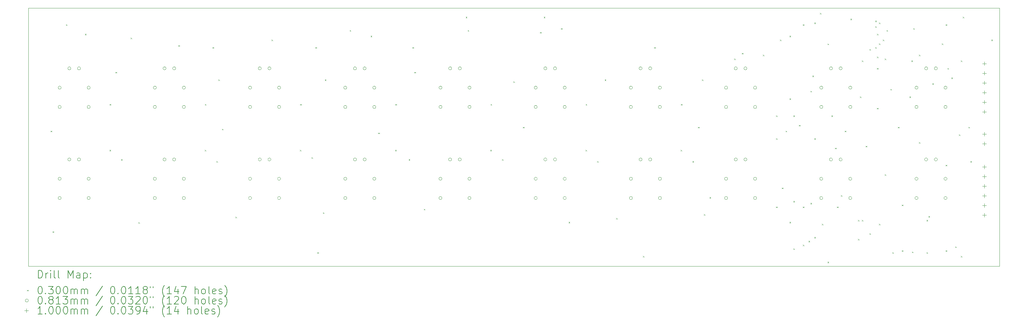
<source format=gbr>
%TF.GenerationSoftware,KiCad,Pcbnew,8.0.4*%
%TF.CreationDate,2024-09-19T19:58:53+02:00*%
%TF.ProjectId,Buttons_Flash,42757474-6f6e-4735-9f46-6c6173682e6b,rev?*%
%TF.SameCoordinates,Original*%
%TF.FileFunction,Drillmap*%
%TF.FilePolarity,Positive*%
%FSLAX45Y45*%
G04 Gerber Fmt 4.5, Leading zero omitted, Abs format (unit mm)*
G04 Created by KiCad (PCBNEW 8.0.4) date 2024-09-19 19:58:53*
%MOMM*%
%LPD*%
G01*
G04 APERTURE LIST*
%ADD10C,0.050000*%
%ADD11C,0.200000*%
%ADD12C,0.100000*%
G04 APERTURE END LIST*
D10*
X27500000Y-15000000D02*
X27500000Y-8200000D01*
X27500000Y-8200000D02*
X2000000Y-8200000D01*
X2000000Y-8200000D02*
X2000000Y-15000000D01*
X2000000Y-15000000D02*
X27500000Y-15000000D01*
D11*
D12*
X2585000Y-11435000D02*
X2615000Y-11465000D01*
X2615000Y-11435000D02*
X2585000Y-11465000D01*
X2635000Y-14085000D02*
X2665000Y-14115000D01*
X2665000Y-14085000D02*
X2635000Y-14115000D01*
X2985000Y-8635000D02*
X3015000Y-8665000D01*
X3015000Y-8635000D02*
X2985000Y-8665000D01*
X3485000Y-8885000D02*
X3515000Y-8915000D01*
X3515000Y-8885000D02*
X3485000Y-8915000D01*
X4128750Y-11941250D02*
X4158750Y-11971250D01*
X4158750Y-11941250D02*
X4128750Y-11971250D01*
X4135000Y-10735000D02*
X4165000Y-10765000D01*
X4165000Y-10735000D02*
X4135000Y-10765000D01*
X4285000Y-9885000D02*
X4315000Y-9915000D01*
X4315000Y-9885000D02*
X4285000Y-9915000D01*
X4435000Y-12185000D02*
X4465000Y-12215000D01*
X4465000Y-12185000D02*
X4435000Y-12215000D01*
X4685000Y-8985000D02*
X4715000Y-9015000D01*
X4715000Y-8985000D02*
X4685000Y-9015000D01*
X4885000Y-13843750D02*
X4915000Y-13873750D01*
X4915000Y-13843750D02*
X4885000Y-13873750D01*
X5935000Y-9185000D02*
X5965000Y-9215000D01*
X5965000Y-9185000D02*
X5935000Y-9215000D01*
X6628750Y-11941250D02*
X6658750Y-11971250D01*
X6658750Y-11941250D02*
X6628750Y-11971250D01*
X6635000Y-10735000D02*
X6665000Y-10765000D01*
X6665000Y-10735000D02*
X6635000Y-10765000D01*
X6835000Y-9235000D02*
X6865000Y-9265000D01*
X6865000Y-9235000D02*
X6835000Y-9265000D01*
X6935000Y-12235000D02*
X6965000Y-12265000D01*
X6965000Y-12235000D02*
X6935000Y-12265000D01*
X6985000Y-10085000D02*
X7015000Y-10115000D01*
X7015000Y-10085000D02*
X6985000Y-10115000D01*
X7085000Y-11385000D02*
X7115000Y-11415000D01*
X7115000Y-11385000D02*
X7085000Y-11415000D01*
X7435000Y-13702500D02*
X7465000Y-13732500D01*
X7465000Y-13702500D02*
X7435000Y-13732500D01*
X8385000Y-9035000D02*
X8415000Y-9065000D01*
X8415000Y-9035000D02*
X8385000Y-9065000D01*
X9128750Y-11941250D02*
X9158750Y-11971250D01*
X9158750Y-11941250D02*
X9128750Y-11971250D01*
X9135000Y-10735000D02*
X9165000Y-10765000D01*
X9165000Y-10735000D02*
X9135000Y-10765000D01*
X9435000Y-12135000D02*
X9465000Y-12165000D01*
X9465000Y-12135000D02*
X9435000Y-12165000D01*
X9535000Y-9235000D02*
X9565000Y-9265000D01*
X9565000Y-9235000D02*
X9535000Y-9265000D01*
X9585000Y-14635000D02*
X9615000Y-14665000D01*
X9615000Y-14635000D02*
X9585000Y-14665000D01*
X9735000Y-13585000D02*
X9765000Y-13615000D01*
X9765000Y-13585000D02*
X9735000Y-13615000D01*
X9785000Y-10085000D02*
X9815000Y-10115000D01*
X9815000Y-10085000D02*
X9785000Y-10115000D01*
X10435000Y-8785000D02*
X10465000Y-8815000D01*
X10465000Y-8785000D02*
X10435000Y-8815000D01*
X10985000Y-8935000D02*
X11015000Y-8965000D01*
X11015000Y-8935000D02*
X10985000Y-8965000D01*
X11185000Y-11485000D02*
X11215000Y-11515000D01*
X11215000Y-11485000D02*
X11185000Y-11515000D01*
X11628750Y-11941250D02*
X11658750Y-11971250D01*
X11658750Y-11941250D02*
X11628750Y-11971250D01*
X11635000Y-10735000D02*
X11665000Y-10765000D01*
X11665000Y-10735000D02*
X11635000Y-10765000D01*
X11985000Y-12185000D02*
X12015000Y-12215000D01*
X12015000Y-12185000D02*
X11985000Y-12215000D01*
X12085000Y-9235000D02*
X12115000Y-9265000D01*
X12115000Y-9235000D02*
X12085000Y-9265000D01*
X12135000Y-9885000D02*
X12165000Y-9915000D01*
X12165000Y-9885000D02*
X12135000Y-9915000D01*
X12385000Y-13493750D02*
X12415000Y-13523750D01*
X12415000Y-13493750D02*
X12385000Y-13523750D01*
X13485000Y-8435000D02*
X13515000Y-8465000D01*
X13515000Y-8435000D02*
X13485000Y-8465000D01*
X13535000Y-8785000D02*
X13565000Y-8815000D01*
X13565000Y-8785000D02*
X13535000Y-8815000D01*
X14128750Y-11941250D02*
X14158750Y-11971250D01*
X14158750Y-11941250D02*
X14128750Y-11971250D01*
X14135000Y-10735000D02*
X14165000Y-10765000D01*
X14165000Y-10735000D02*
X14135000Y-10765000D01*
X14435000Y-12185000D02*
X14465000Y-12215000D01*
X14465000Y-12185000D02*
X14435000Y-12215000D01*
X14735000Y-10135000D02*
X14765000Y-10165000D01*
X14765000Y-10135000D02*
X14735000Y-10165000D01*
X14985000Y-11335000D02*
X15015000Y-11365000D01*
X15015000Y-11335000D02*
X14985000Y-11365000D01*
X15435000Y-8835000D02*
X15465000Y-8865000D01*
X15465000Y-8835000D02*
X15435000Y-8865000D01*
X15535000Y-8435000D02*
X15565000Y-8465000D01*
X15565000Y-8435000D02*
X15535000Y-8465000D01*
X15985000Y-8735000D02*
X16015000Y-8765000D01*
X16015000Y-8735000D02*
X15985000Y-8765000D01*
X16185000Y-13835000D02*
X16215000Y-13865000D01*
X16215000Y-13835000D02*
X16185000Y-13865000D01*
X16628750Y-11941250D02*
X16658750Y-11971250D01*
X16658750Y-11941250D02*
X16628750Y-11971250D01*
X16635000Y-10735000D02*
X16665000Y-10765000D01*
X16665000Y-10735000D02*
X16635000Y-10765000D01*
X16935000Y-12235000D02*
X16965000Y-12265000D01*
X16965000Y-12235000D02*
X16935000Y-12265000D01*
X17135000Y-10085000D02*
X17165000Y-10115000D01*
X17165000Y-10085000D02*
X17135000Y-10115000D01*
X17435000Y-13735000D02*
X17465000Y-13765000D01*
X17465000Y-13735000D02*
X17435000Y-13765000D01*
X18135000Y-14735000D02*
X18165000Y-14765000D01*
X18165000Y-14735000D02*
X18135000Y-14765000D01*
X18435000Y-9235000D02*
X18465000Y-9265000D01*
X18465000Y-9235000D02*
X18435000Y-9265000D01*
X19128750Y-11941250D02*
X19158750Y-11971250D01*
X19158750Y-11941250D02*
X19128750Y-11971250D01*
X19135000Y-10735000D02*
X19165000Y-10765000D01*
X19165000Y-10735000D02*
X19135000Y-10765000D01*
X19435000Y-12235000D02*
X19465000Y-12265000D01*
X19465000Y-12235000D02*
X19435000Y-12265000D01*
X19585000Y-11335000D02*
X19615000Y-11365000D01*
X19615000Y-11335000D02*
X19585000Y-11365000D01*
X19685000Y-10085000D02*
X19715000Y-10115000D01*
X19715000Y-10085000D02*
X19685000Y-10115000D01*
X19735000Y-13635000D02*
X19765000Y-13665000D01*
X19765000Y-13635000D02*
X19735000Y-13665000D01*
X19885000Y-13185000D02*
X19915000Y-13215000D01*
X19915000Y-13185000D02*
X19885000Y-13215000D01*
X20535000Y-9535000D02*
X20565000Y-9565000D01*
X20565000Y-9535000D02*
X20535000Y-9565000D01*
X20735000Y-9385000D02*
X20765000Y-9415000D01*
X20765000Y-9385000D02*
X20735000Y-9415000D01*
X21285000Y-9435000D02*
X21315000Y-9465000D01*
X21315000Y-9435000D02*
X21285000Y-9465000D01*
X21635000Y-11035000D02*
X21665000Y-11065000D01*
X21665000Y-11035000D02*
X21635000Y-11065000D01*
X21635000Y-11635000D02*
X21665000Y-11665000D01*
X21665000Y-11635000D02*
X21635000Y-11665000D01*
X21635000Y-13435000D02*
X21665000Y-13465000D01*
X21665000Y-13435000D02*
X21635000Y-13465000D01*
X21735000Y-9035000D02*
X21765000Y-9065000D01*
X21765000Y-9035000D02*
X21735000Y-9065000D01*
X21785000Y-12935000D02*
X21815000Y-12965000D01*
X21815000Y-12935000D02*
X21785000Y-12965000D01*
X21885000Y-11435000D02*
X21915000Y-11465000D01*
X21915000Y-11435000D02*
X21885000Y-11465000D01*
X21985000Y-8935000D02*
X22015000Y-8965000D01*
X22015000Y-8935000D02*
X21985000Y-8965000D01*
X21985000Y-10585000D02*
X22015000Y-10615000D01*
X22015000Y-10585000D02*
X21985000Y-10615000D01*
X21985000Y-13835000D02*
X22015000Y-13865000D01*
X22015000Y-13835000D02*
X21985000Y-13865000D01*
X22085000Y-11035000D02*
X22115000Y-11065000D01*
X22115000Y-11035000D02*
X22085000Y-11065000D01*
X22085000Y-13285000D02*
X22115000Y-13315000D01*
X22115000Y-13285000D02*
X22085000Y-13315000D01*
X22085000Y-14535000D02*
X22115000Y-14565000D01*
X22115000Y-14535000D02*
X22085000Y-14565000D01*
X22235000Y-11285000D02*
X22265000Y-11315000D01*
X22265000Y-11285000D02*
X22235000Y-11315000D01*
X22335000Y-8635000D02*
X22365000Y-8665000D01*
X22365000Y-8635000D02*
X22335000Y-8665000D01*
X22335000Y-13435000D02*
X22365000Y-13465000D01*
X22365000Y-13435000D02*
X22335000Y-13465000D01*
X22335000Y-14435000D02*
X22365000Y-14465000D01*
X22365000Y-14435000D02*
X22335000Y-14465000D01*
X22485000Y-14335000D02*
X22515000Y-14365000D01*
X22515000Y-14335000D02*
X22485000Y-14365000D01*
X22535000Y-10385000D02*
X22565000Y-10415000D01*
X22565000Y-10385000D02*
X22535000Y-10415000D01*
X22535000Y-13335000D02*
X22565000Y-13365000D01*
X22565000Y-13335000D02*
X22535000Y-13365000D01*
X22585000Y-9985000D02*
X22615000Y-10015000D01*
X22615000Y-9985000D02*
X22585000Y-10015000D01*
X22635000Y-8585000D02*
X22665000Y-8615000D01*
X22665000Y-8585000D02*
X22635000Y-8615000D01*
X22635000Y-11635000D02*
X22665000Y-11665000D01*
X22665000Y-11635000D02*
X22635000Y-11665000D01*
X22635000Y-14235000D02*
X22665000Y-14265000D01*
X22665000Y-14235000D02*
X22635000Y-14265000D01*
X22785000Y-8335000D02*
X22815000Y-8365000D01*
X22815000Y-8335000D02*
X22785000Y-8365000D01*
X22835000Y-13885000D02*
X22865000Y-13915000D01*
X22865000Y-13885000D02*
X22835000Y-13915000D01*
X22985000Y-9142500D02*
X23015000Y-9172500D01*
X23015000Y-9142500D02*
X22985000Y-9172500D01*
X22985000Y-14885000D02*
X23015000Y-14915000D01*
X23015000Y-14885000D02*
X22985000Y-14915000D01*
X23085000Y-11035000D02*
X23115000Y-11065000D01*
X23115000Y-11035000D02*
X23085000Y-11065000D01*
X23185000Y-11885000D02*
X23215000Y-11915000D01*
X23215000Y-11885000D02*
X23185000Y-11915000D01*
X23235000Y-13435000D02*
X23265000Y-13465000D01*
X23265000Y-13435000D02*
X23235000Y-13465000D01*
X23335000Y-13135000D02*
X23365000Y-13165000D01*
X23365000Y-13135000D02*
X23335000Y-13165000D01*
X23435000Y-11435000D02*
X23465000Y-11465000D01*
X23465000Y-11435000D02*
X23435000Y-11465000D01*
X23585000Y-8485000D02*
X23615000Y-8515000D01*
X23615000Y-8485000D02*
X23585000Y-8515000D01*
X23785000Y-13785000D02*
X23815000Y-13815000D01*
X23815000Y-13785000D02*
X23785000Y-13815000D01*
X23785000Y-14285000D02*
X23815000Y-14315000D01*
X23815000Y-14285000D02*
X23785000Y-14315000D01*
X23835000Y-10535000D02*
X23865000Y-10565000D01*
X23865000Y-10535000D02*
X23835000Y-10565000D01*
X23885000Y-9585000D02*
X23915000Y-9615000D01*
X23915000Y-9585000D02*
X23885000Y-9615000D01*
X23885000Y-13785000D02*
X23915000Y-13815000D01*
X23915000Y-13785000D02*
X23885000Y-13815000D01*
X23985000Y-11835000D02*
X24015000Y-11865000D01*
X24015000Y-11835000D02*
X23985000Y-11865000D01*
X24085000Y-9285000D02*
X24115000Y-9315000D01*
X24115000Y-9285000D02*
X24085000Y-9315000D01*
X24085000Y-14135000D02*
X24115000Y-14165000D01*
X24115000Y-14135000D02*
X24085000Y-14165000D01*
X24235000Y-8535000D02*
X24265000Y-8565000D01*
X24265000Y-8535000D02*
X24235000Y-8565000D01*
X24235000Y-8685000D02*
X24265000Y-8715000D01*
X24265000Y-8685000D02*
X24235000Y-8715000D01*
X24235000Y-9235000D02*
X24265000Y-9265000D01*
X24265000Y-9235000D02*
X24235000Y-9265000D01*
X24285000Y-8885000D02*
X24315000Y-8915000D01*
X24315000Y-8885000D02*
X24285000Y-8915000D01*
X24285000Y-9485000D02*
X24315000Y-9515000D01*
X24315000Y-9485000D02*
X24285000Y-9515000D01*
X24285000Y-9785000D02*
X24315000Y-9815000D01*
X24315000Y-9785000D02*
X24285000Y-9815000D01*
X24285000Y-10835000D02*
X24315000Y-10865000D01*
X24315000Y-10835000D02*
X24285000Y-10865000D01*
X24335000Y-8585000D02*
X24365000Y-8615000D01*
X24365000Y-8585000D02*
X24335000Y-8615000D01*
X24335000Y-9135000D02*
X24365000Y-9165000D01*
X24365000Y-9135000D02*
X24335000Y-9165000D01*
X24335000Y-13885000D02*
X24365000Y-13915000D01*
X24365000Y-13885000D02*
X24335000Y-13915000D01*
X24435000Y-9035000D02*
X24465000Y-9065000D01*
X24465000Y-9035000D02*
X24435000Y-9065000D01*
X24485000Y-9535000D02*
X24515000Y-9565000D01*
X24515000Y-9535000D02*
X24485000Y-9565000D01*
X24485000Y-12585000D02*
X24515000Y-12615000D01*
X24515000Y-12585000D02*
X24485000Y-12615000D01*
X24535000Y-8785000D02*
X24565000Y-8815000D01*
X24565000Y-8785000D02*
X24535000Y-8815000D01*
X24635000Y-10335000D02*
X24665000Y-10365000D01*
X24665000Y-10335000D02*
X24635000Y-10365000D01*
X24685000Y-14635000D02*
X24715000Y-14665000D01*
X24715000Y-14635000D02*
X24685000Y-14665000D01*
X24835000Y-11335000D02*
X24865000Y-11365000D01*
X24865000Y-11335000D02*
X24835000Y-11365000D01*
X24935000Y-13385000D02*
X24965000Y-13415000D01*
X24965000Y-13385000D02*
X24935000Y-13415000D01*
X24935000Y-14585000D02*
X24965000Y-14615000D01*
X24965000Y-14585000D02*
X24935000Y-14615000D01*
X25135000Y-10535000D02*
X25165000Y-10565000D01*
X25165000Y-10535000D02*
X25135000Y-10565000D01*
X25185000Y-9585000D02*
X25215000Y-9615000D01*
X25215000Y-9585000D02*
X25185000Y-9615000D01*
X25202500Y-14617500D02*
X25232500Y-14647500D01*
X25232500Y-14617500D02*
X25202500Y-14647500D01*
X25235000Y-8735000D02*
X25265000Y-8765000D01*
X25265000Y-8735000D02*
X25235000Y-8765000D01*
X25385000Y-9435000D02*
X25415000Y-9465000D01*
X25415000Y-9435000D02*
X25385000Y-9465000D01*
X25385000Y-11735000D02*
X25415000Y-11765000D01*
X25415000Y-11735000D02*
X25385000Y-11765000D01*
X25585000Y-13785000D02*
X25615000Y-13815000D01*
X25615000Y-13785000D02*
X25585000Y-13815000D01*
X25585000Y-14635000D02*
X25615000Y-14665000D01*
X25615000Y-14635000D02*
X25585000Y-14665000D01*
X25635000Y-13685000D02*
X25665000Y-13715000D01*
X25665000Y-13685000D02*
X25635000Y-13715000D01*
X25735000Y-10185000D02*
X25765000Y-10215000D01*
X25765000Y-10185000D02*
X25735000Y-10215000D01*
X25985000Y-9135000D02*
X26015000Y-9165000D01*
X26015000Y-9135000D02*
X25985000Y-9165000D01*
X26085000Y-8635000D02*
X26115000Y-8665000D01*
X26115000Y-8635000D02*
X26085000Y-8665000D01*
X26085000Y-12335000D02*
X26115000Y-12365000D01*
X26115000Y-12335000D02*
X26085000Y-12365000D01*
X26085000Y-14585000D02*
X26115000Y-14615000D01*
X26115000Y-14585000D02*
X26085000Y-14615000D01*
X26135000Y-9785000D02*
X26165000Y-9815000D01*
X26165000Y-9785000D02*
X26135000Y-9815000D01*
X26235000Y-10035000D02*
X26265000Y-10065000D01*
X26265000Y-10035000D02*
X26235000Y-10065000D01*
X26335000Y-14485000D02*
X26365000Y-14515000D01*
X26365000Y-14485000D02*
X26335000Y-14515000D01*
X26435000Y-11535000D02*
X26465000Y-11565000D01*
X26465000Y-11535000D02*
X26435000Y-11565000D01*
X26485000Y-9585000D02*
X26515000Y-9615000D01*
X26515000Y-9585000D02*
X26485000Y-9615000D01*
X26485000Y-14735000D02*
X26515000Y-14765000D01*
X26515000Y-14735000D02*
X26485000Y-14765000D01*
X26535000Y-8435000D02*
X26565000Y-8465000D01*
X26565000Y-8435000D02*
X26535000Y-8465000D01*
X26685000Y-11335000D02*
X26715000Y-11365000D01*
X26715000Y-11335000D02*
X26685000Y-11365000D01*
X26735000Y-12235000D02*
X26765000Y-12265000D01*
X26765000Y-12235000D02*
X26735000Y-12265000D01*
X27285000Y-9035000D02*
X27315000Y-9065000D01*
X27315000Y-9035000D02*
X27285000Y-9065000D01*
X2859640Y-10300000D02*
G75*
G02*
X2778360Y-10300000I-40640J0D01*
G01*
X2778360Y-10300000D02*
G75*
G02*
X2859640Y-10300000I40640J0D01*
G01*
X2859640Y-10808000D02*
G75*
G02*
X2778360Y-10808000I-40640J0D01*
G01*
X2778360Y-10808000D02*
G75*
G02*
X2859640Y-10808000I40640J0D01*
G01*
X2859640Y-12700000D02*
G75*
G02*
X2778360Y-12700000I-40640J0D01*
G01*
X2778360Y-12700000D02*
G75*
G02*
X2859640Y-12700000I40640J0D01*
G01*
X2859640Y-13208000D02*
G75*
G02*
X2778360Y-13208000I-40640J0D01*
G01*
X2778360Y-13208000D02*
G75*
G02*
X2859640Y-13208000I40640J0D01*
G01*
X3113640Y-9792000D02*
G75*
G02*
X3032360Y-9792000I-40640J0D01*
G01*
X3032360Y-9792000D02*
G75*
G02*
X3113640Y-9792000I40640J0D01*
G01*
X3113640Y-12192000D02*
G75*
G02*
X3032360Y-12192000I-40640J0D01*
G01*
X3032360Y-12192000D02*
G75*
G02*
X3113640Y-12192000I40640J0D01*
G01*
X3367640Y-9792000D02*
G75*
G02*
X3286360Y-9792000I-40640J0D01*
G01*
X3286360Y-9792000D02*
G75*
G02*
X3367640Y-9792000I40640J0D01*
G01*
X3367640Y-12192000D02*
G75*
G02*
X3286360Y-12192000I-40640J0D01*
G01*
X3286360Y-12192000D02*
G75*
G02*
X3367640Y-12192000I40640J0D01*
G01*
X3621640Y-10300000D02*
G75*
G02*
X3540360Y-10300000I-40640J0D01*
G01*
X3540360Y-10300000D02*
G75*
G02*
X3621640Y-10300000I40640J0D01*
G01*
X3621640Y-10808000D02*
G75*
G02*
X3540360Y-10808000I-40640J0D01*
G01*
X3540360Y-10808000D02*
G75*
G02*
X3621640Y-10808000I40640J0D01*
G01*
X3621640Y-12700000D02*
G75*
G02*
X3540360Y-12700000I-40640J0D01*
G01*
X3540360Y-12700000D02*
G75*
G02*
X3621640Y-12700000I40640J0D01*
G01*
X3621640Y-13208000D02*
G75*
G02*
X3540360Y-13208000I-40640J0D01*
G01*
X3540360Y-13208000D02*
G75*
G02*
X3621640Y-13208000I40640J0D01*
G01*
X5359640Y-10300000D02*
G75*
G02*
X5278360Y-10300000I-40640J0D01*
G01*
X5278360Y-10300000D02*
G75*
G02*
X5359640Y-10300000I40640J0D01*
G01*
X5359640Y-10808000D02*
G75*
G02*
X5278360Y-10808000I-40640J0D01*
G01*
X5278360Y-10808000D02*
G75*
G02*
X5359640Y-10808000I40640J0D01*
G01*
X5359640Y-12700000D02*
G75*
G02*
X5278360Y-12700000I-40640J0D01*
G01*
X5278360Y-12700000D02*
G75*
G02*
X5359640Y-12700000I40640J0D01*
G01*
X5359640Y-13208000D02*
G75*
G02*
X5278360Y-13208000I-40640J0D01*
G01*
X5278360Y-13208000D02*
G75*
G02*
X5359640Y-13208000I40640J0D01*
G01*
X5613640Y-9792000D02*
G75*
G02*
X5532360Y-9792000I-40640J0D01*
G01*
X5532360Y-9792000D02*
G75*
G02*
X5613640Y-9792000I40640J0D01*
G01*
X5613640Y-12192000D02*
G75*
G02*
X5532360Y-12192000I-40640J0D01*
G01*
X5532360Y-12192000D02*
G75*
G02*
X5613640Y-12192000I40640J0D01*
G01*
X5867640Y-9792000D02*
G75*
G02*
X5786360Y-9792000I-40640J0D01*
G01*
X5786360Y-9792000D02*
G75*
G02*
X5867640Y-9792000I40640J0D01*
G01*
X5867640Y-12192000D02*
G75*
G02*
X5786360Y-12192000I-40640J0D01*
G01*
X5786360Y-12192000D02*
G75*
G02*
X5867640Y-12192000I40640J0D01*
G01*
X6121640Y-10300000D02*
G75*
G02*
X6040360Y-10300000I-40640J0D01*
G01*
X6040360Y-10300000D02*
G75*
G02*
X6121640Y-10300000I40640J0D01*
G01*
X6121640Y-10808000D02*
G75*
G02*
X6040360Y-10808000I-40640J0D01*
G01*
X6040360Y-10808000D02*
G75*
G02*
X6121640Y-10808000I40640J0D01*
G01*
X6121640Y-12700000D02*
G75*
G02*
X6040360Y-12700000I-40640J0D01*
G01*
X6040360Y-12700000D02*
G75*
G02*
X6121640Y-12700000I40640J0D01*
G01*
X6121640Y-13208000D02*
G75*
G02*
X6040360Y-13208000I-40640J0D01*
G01*
X6040360Y-13208000D02*
G75*
G02*
X6121640Y-13208000I40640J0D01*
G01*
X7859640Y-10300000D02*
G75*
G02*
X7778360Y-10300000I-40640J0D01*
G01*
X7778360Y-10300000D02*
G75*
G02*
X7859640Y-10300000I40640J0D01*
G01*
X7859640Y-10808000D02*
G75*
G02*
X7778360Y-10808000I-40640J0D01*
G01*
X7778360Y-10808000D02*
G75*
G02*
X7859640Y-10808000I40640J0D01*
G01*
X7859640Y-12700000D02*
G75*
G02*
X7778360Y-12700000I-40640J0D01*
G01*
X7778360Y-12700000D02*
G75*
G02*
X7859640Y-12700000I40640J0D01*
G01*
X7859640Y-13208000D02*
G75*
G02*
X7778360Y-13208000I-40640J0D01*
G01*
X7778360Y-13208000D02*
G75*
G02*
X7859640Y-13208000I40640J0D01*
G01*
X8113640Y-9792000D02*
G75*
G02*
X8032360Y-9792000I-40640J0D01*
G01*
X8032360Y-9792000D02*
G75*
G02*
X8113640Y-9792000I40640J0D01*
G01*
X8113640Y-12192000D02*
G75*
G02*
X8032360Y-12192000I-40640J0D01*
G01*
X8032360Y-12192000D02*
G75*
G02*
X8113640Y-12192000I40640J0D01*
G01*
X8367640Y-9792000D02*
G75*
G02*
X8286360Y-9792000I-40640J0D01*
G01*
X8286360Y-9792000D02*
G75*
G02*
X8367640Y-9792000I40640J0D01*
G01*
X8367640Y-12192000D02*
G75*
G02*
X8286360Y-12192000I-40640J0D01*
G01*
X8286360Y-12192000D02*
G75*
G02*
X8367640Y-12192000I40640J0D01*
G01*
X8621640Y-10300000D02*
G75*
G02*
X8540360Y-10300000I-40640J0D01*
G01*
X8540360Y-10300000D02*
G75*
G02*
X8621640Y-10300000I40640J0D01*
G01*
X8621640Y-10808000D02*
G75*
G02*
X8540360Y-10808000I-40640J0D01*
G01*
X8540360Y-10808000D02*
G75*
G02*
X8621640Y-10808000I40640J0D01*
G01*
X8621640Y-12700000D02*
G75*
G02*
X8540360Y-12700000I-40640J0D01*
G01*
X8540360Y-12700000D02*
G75*
G02*
X8621640Y-12700000I40640J0D01*
G01*
X8621640Y-13208000D02*
G75*
G02*
X8540360Y-13208000I-40640J0D01*
G01*
X8540360Y-13208000D02*
G75*
G02*
X8621640Y-13208000I40640J0D01*
G01*
X10359640Y-10300000D02*
G75*
G02*
X10278360Y-10300000I-40640J0D01*
G01*
X10278360Y-10300000D02*
G75*
G02*
X10359640Y-10300000I40640J0D01*
G01*
X10359640Y-10808000D02*
G75*
G02*
X10278360Y-10808000I-40640J0D01*
G01*
X10278360Y-10808000D02*
G75*
G02*
X10359640Y-10808000I40640J0D01*
G01*
X10359640Y-12700000D02*
G75*
G02*
X10278360Y-12700000I-40640J0D01*
G01*
X10278360Y-12700000D02*
G75*
G02*
X10359640Y-12700000I40640J0D01*
G01*
X10359640Y-13208000D02*
G75*
G02*
X10278360Y-13208000I-40640J0D01*
G01*
X10278360Y-13208000D02*
G75*
G02*
X10359640Y-13208000I40640J0D01*
G01*
X10613640Y-9792000D02*
G75*
G02*
X10532360Y-9792000I-40640J0D01*
G01*
X10532360Y-9792000D02*
G75*
G02*
X10613640Y-9792000I40640J0D01*
G01*
X10613640Y-12192000D02*
G75*
G02*
X10532360Y-12192000I-40640J0D01*
G01*
X10532360Y-12192000D02*
G75*
G02*
X10613640Y-12192000I40640J0D01*
G01*
X10867640Y-9792000D02*
G75*
G02*
X10786360Y-9792000I-40640J0D01*
G01*
X10786360Y-9792000D02*
G75*
G02*
X10867640Y-9792000I40640J0D01*
G01*
X10867640Y-12192000D02*
G75*
G02*
X10786360Y-12192000I-40640J0D01*
G01*
X10786360Y-12192000D02*
G75*
G02*
X10867640Y-12192000I40640J0D01*
G01*
X11121640Y-10300000D02*
G75*
G02*
X11040360Y-10300000I-40640J0D01*
G01*
X11040360Y-10300000D02*
G75*
G02*
X11121640Y-10300000I40640J0D01*
G01*
X11121640Y-10808000D02*
G75*
G02*
X11040360Y-10808000I-40640J0D01*
G01*
X11040360Y-10808000D02*
G75*
G02*
X11121640Y-10808000I40640J0D01*
G01*
X11121640Y-12700000D02*
G75*
G02*
X11040360Y-12700000I-40640J0D01*
G01*
X11040360Y-12700000D02*
G75*
G02*
X11121640Y-12700000I40640J0D01*
G01*
X11121640Y-13208000D02*
G75*
G02*
X11040360Y-13208000I-40640J0D01*
G01*
X11040360Y-13208000D02*
G75*
G02*
X11121640Y-13208000I40640J0D01*
G01*
X12859640Y-10300000D02*
G75*
G02*
X12778360Y-10300000I-40640J0D01*
G01*
X12778360Y-10300000D02*
G75*
G02*
X12859640Y-10300000I40640J0D01*
G01*
X12859640Y-10808000D02*
G75*
G02*
X12778360Y-10808000I-40640J0D01*
G01*
X12778360Y-10808000D02*
G75*
G02*
X12859640Y-10808000I40640J0D01*
G01*
X12859640Y-12700000D02*
G75*
G02*
X12778360Y-12700000I-40640J0D01*
G01*
X12778360Y-12700000D02*
G75*
G02*
X12859640Y-12700000I40640J0D01*
G01*
X12859640Y-13208000D02*
G75*
G02*
X12778360Y-13208000I-40640J0D01*
G01*
X12778360Y-13208000D02*
G75*
G02*
X12859640Y-13208000I40640J0D01*
G01*
X13113640Y-9792000D02*
G75*
G02*
X13032360Y-9792000I-40640J0D01*
G01*
X13032360Y-9792000D02*
G75*
G02*
X13113640Y-9792000I40640J0D01*
G01*
X13113640Y-12192000D02*
G75*
G02*
X13032360Y-12192000I-40640J0D01*
G01*
X13032360Y-12192000D02*
G75*
G02*
X13113640Y-12192000I40640J0D01*
G01*
X13367640Y-9792000D02*
G75*
G02*
X13286360Y-9792000I-40640J0D01*
G01*
X13286360Y-9792000D02*
G75*
G02*
X13367640Y-9792000I40640J0D01*
G01*
X13367640Y-12192000D02*
G75*
G02*
X13286360Y-12192000I-40640J0D01*
G01*
X13286360Y-12192000D02*
G75*
G02*
X13367640Y-12192000I40640J0D01*
G01*
X13621640Y-10300000D02*
G75*
G02*
X13540360Y-10300000I-40640J0D01*
G01*
X13540360Y-10300000D02*
G75*
G02*
X13621640Y-10300000I40640J0D01*
G01*
X13621640Y-10808000D02*
G75*
G02*
X13540360Y-10808000I-40640J0D01*
G01*
X13540360Y-10808000D02*
G75*
G02*
X13621640Y-10808000I40640J0D01*
G01*
X13621640Y-12700000D02*
G75*
G02*
X13540360Y-12700000I-40640J0D01*
G01*
X13540360Y-12700000D02*
G75*
G02*
X13621640Y-12700000I40640J0D01*
G01*
X13621640Y-13208000D02*
G75*
G02*
X13540360Y-13208000I-40640J0D01*
G01*
X13540360Y-13208000D02*
G75*
G02*
X13621640Y-13208000I40640J0D01*
G01*
X15359640Y-10300000D02*
G75*
G02*
X15278360Y-10300000I-40640J0D01*
G01*
X15278360Y-10300000D02*
G75*
G02*
X15359640Y-10300000I40640J0D01*
G01*
X15359640Y-10808000D02*
G75*
G02*
X15278360Y-10808000I-40640J0D01*
G01*
X15278360Y-10808000D02*
G75*
G02*
X15359640Y-10808000I40640J0D01*
G01*
X15359640Y-12700000D02*
G75*
G02*
X15278360Y-12700000I-40640J0D01*
G01*
X15278360Y-12700000D02*
G75*
G02*
X15359640Y-12700000I40640J0D01*
G01*
X15359640Y-13208000D02*
G75*
G02*
X15278360Y-13208000I-40640J0D01*
G01*
X15278360Y-13208000D02*
G75*
G02*
X15359640Y-13208000I40640J0D01*
G01*
X15613640Y-9792000D02*
G75*
G02*
X15532360Y-9792000I-40640J0D01*
G01*
X15532360Y-9792000D02*
G75*
G02*
X15613640Y-9792000I40640J0D01*
G01*
X15613640Y-12192000D02*
G75*
G02*
X15532360Y-12192000I-40640J0D01*
G01*
X15532360Y-12192000D02*
G75*
G02*
X15613640Y-12192000I40640J0D01*
G01*
X15867640Y-9792000D02*
G75*
G02*
X15786360Y-9792000I-40640J0D01*
G01*
X15786360Y-9792000D02*
G75*
G02*
X15867640Y-9792000I40640J0D01*
G01*
X15867640Y-12192000D02*
G75*
G02*
X15786360Y-12192000I-40640J0D01*
G01*
X15786360Y-12192000D02*
G75*
G02*
X15867640Y-12192000I40640J0D01*
G01*
X16121640Y-10300000D02*
G75*
G02*
X16040360Y-10300000I-40640J0D01*
G01*
X16040360Y-10300000D02*
G75*
G02*
X16121640Y-10300000I40640J0D01*
G01*
X16121640Y-10808000D02*
G75*
G02*
X16040360Y-10808000I-40640J0D01*
G01*
X16040360Y-10808000D02*
G75*
G02*
X16121640Y-10808000I40640J0D01*
G01*
X16121640Y-12700000D02*
G75*
G02*
X16040360Y-12700000I-40640J0D01*
G01*
X16040360Y-12700000D02*
G75*
G02*
X16121640Y-12700000I40640J0D01*
G01*
X16121640Y-13208000D02*
G75*
G02*
X16040360Y-13208000I-40640J0D01*
G01*
X16040360Y-13208000D02*
G75*
G02*
X16121640Y-13208000I40640J0D01*
G01*
X17859640Y-10300000D02*
G75*
G02*
X17778360Y-10300000I-40640J0D01*
G01*
X17778360Y-10300000D02*
G75*
G02*
X17859640Y-10300000I40640J0D01*
G01*
X17859640Y-10808000D02*
G75*
G02*
X17778360Y-10808000I-40640J0D01*
G01*
X17778360Y-10808000D02*
G75*
G02*
X17859640Y-10808000I40640J0D01*
G01*
X17859640Y-12700000D02*
G75*
G02*
X17778360Y-12700000I-40640J0D01*
G01*
X17778360Y-12700000D02*
G75*
G02*
X17859640Y-12700000I40640J0D01*
G01*
X17859640Y-13208000D02*
G75*
G02*
X17778360Y-13208000I-40640J0D01*
G01*
X17778360Y-13208000D02*
G75*
G02*
X17859640Y-13208000I40640J0D01*
G01*
X18113640Y-9792000D02*
G75*
G02*
X18032360Y-9792000I-40640J0D01*
G01*
X18032360Y-9792000D02*
G75*
G02*
X18113640Y-9792000I40640J0D01*
G01*
X18113640Y-12192000D02*
G75*
G02*
X18032360Y-12192000I-40640J0D01*
G01*
X18032360Y-12192000D02*
G75*
G02*
X18113640Y-12192000I40640J0D01*
G01*
X18367640Y-9792000D02*
G75*
G02*
X18286360Y-9792000I-40640J0D01*
G01*
X18286360Y-9792000D02*
G75*
G02*
X18367640Y-9792000I40640J0D01*
G01*
X18367640Y-12192000D02*
G75*
G02*
X18286360Y-12192000I-40640J0D01*
G01*
X18286360Y-12192000D02*
G75*
G02*
X18367640Y-12192000I40640J0D01*
G01*
X18621640Y-10300000D02*
G75*
G02*
X18540360Y-10300000I-40640J0D01*
G01*
X18540360Y-10300000D02*
G75*
G02*
X18621640Y-10300000I40640J0D01*
G01*
X18621640Y-10808000D02*
G75*
G02*
X18540360Y-10808000I-40640J0D01*
G01*
X18540360Y-10808000D02*
G75*
G02*
X18621640Y-10808000I40640J0D01*
G01*
X18621640Y-12700000D02*
G75*
G02*
X18540360Y-12700000I-40640J0D01*
G01*
X18540360Y-12700000D02*
G75*
G02*
X18621640Y-12700000I40640J0D01*
G01*
X18621640Y-13208000D02*
G75*
G02*
X18540360Y-13208000I-40640J0D01*
G01*
X18540360Y-13208000D02*
G75*
G02*
X18621640Y-13208000I40640J0D01*
G01*
X20359640Y-10300000D02*
G75*
G02*
X20278360Y-10300000I-40640J0D01*
G01*
X20278360Y-10300000D02*
G75*
G02*
X20359640Y-10300000I40640J0D01*
G01*
X20359640Y-10808000D02*
G75*
G02*
X20278360Y-10808000I-40640J0D01*
G01*
X20278360Y-10808000D02*
G75*
G02*
X20359640Y-10808000I40640J0D01*
G01*
X20359640Y-12700000D02*
G75*
G02*
X20278360Y-12700000I-40640J0D01*
G01*
X20278360Y-12700000D02*
G75*
G02*
X20359640Y-12700000I40640J0D01*
G01*
X20359640Y-13208000D02*
G75*
G02*
X20278360Y-13208000I-40640J0D01*
G01*
X20278360Y-13208000D02*
G75*
G02*
X20359640Y-13208000I40640J0D01*
G01*
X20613640Y-9792000D02*
G75*
G02*
X20532360Y-9792000I-40640J0D01*
G01*
X20532360Y-9792000D02*
G75*
G02*
X20613640Y-9792000I40640J0D01*
G01*
X20613640Y-12192000D02*
G75*
G02*
X20532360Y-12192000I-40640J0D01*
G01*
X20532360Y-12192000D02*
G75*
G02*
X20613640Y-12192000I40640J0D01*
G01*
X20867640Y-9792000D02*
G75*
G02*
X20786360Y-9792000I-40640J0D01*
G01*
X20786360Y-9792000D02*
G75*
G02*
X20867640Y-9792000I40640J0D01*
G01*
X20867640Y-12192000D02*
G75*
G02*
X20786360Y-12192000I-40640J0D01*
G01*
X20786360Y-12192000D02*
G75*
G02*
X20867640Y-12192000I40640J0D01*
G01*
X21121640Y-10300000D02*
G75*
G02*
X21040360Y-10300000I-40640J0D01*
G01*
X21040360Y-10300000D02*
G75*
G02*
X21121640Y-10300000I40640J0D01*
G01*
X21121640Y-10808000D02*
G75*
G02*
X21040360Y-10808000I-40640J0D01*
G01*
X21040360Y-10808000D02*
G75*
G02*
X21121640Y-10808000I40640J0D01*
G01*
X21121640Y-12700000D02*
G75*
G02*
X21040360Y-12700000I-40640J0D01*
G01*
X21040360Y-12700000D02*
G75*
G02*
X21121640Y-12700000I40640J0D01*
G01*
X21121640Y-13208000D02*
G75*
G02*
X21040360Y-13208000I-40640J0D01*
G01*
X21040360Y-13208000D02*
G75*
G02*
X21121640Y-13208000I40640J0D01*
G01*
X22859640Y-10300000D02*
G75*
G02*
X22778360Y-10300000I-40640J0D01*
G01*
X22778360Y-10300000D02*
G75*
G02*
X22859640Y-10300000I40640J0D01*
G01*
X22859640Y-10808000D02*
G75*
G02*
X22778360Y-10808000I-40640J0D01*
G01*
X22778360Y-10808000D02*
G75*
G02*
X22859640Y-10808000I40640J0D01*
G01*
X22859640Y-12700000D02*
G75*
G02*
X22778360Y-12700000I-40640J0D01*
G01*
X22778360Y-12700000D02*
G75*
G02*
X22859640Y-12700000I40640J0D01*
G01*
X22859640Y-13208000D02*
G75*
G02*
X22778360Y-13208000I-40640J0D01*
G01*
X22778360Y-13208000D02*
G75*
G02*
X22859640Y-13208000I40640J0D01*
G01*
X23113640Y-9792000D02*
G75*
G02*
X23032360Y-9792000I-40640J0D01*
G01*
X23032360Y-9792000D02*
G75*
G02*
X23113640Y-9792000I40640J0D01*
G01*
X23113640Y-12192000D02*
G75*
G02*
X23032360Y-12192000I-40640J0D01*
G01*
X23032360Y-12192000D02*
G75*
G02*
X23113640Y-12192000I40640J0D01*
G01*
X23367640Y-9792000D02*
G75*
G02*
X23286360Y-9792000I-40640J0D01*
G01*
X23286360Y-9792000D02*
G75*
G02*
X23367640Y-9792000I40640J0D01*
G01*
X23367640Y-12192000D02*
G75*
G02*
X23286360Y-12192000I-40640J0D01*
G01*
X23286360Y-12192000D02*
G75*
G02*
X23367640Y-12192000I40640J0D01*
G01*
X23621640Y-10300000D02*
G75*
G02*
X23540360Y-10300000I-40640J0D01*
G01*
X23540360Y-10300000D02*
G75*
G02*
X23621640Y-10300000I40640J0D01*
G01*
X23621640Y-10808000D02*
G75*
G02*
X23540360Y-10808000I-40640J0D01*
G01*
X23540360Y-10808000D02*
G75*
G02*
X23621640Y-10808000I40640J0D01*
G01*
X23621640Y-12700000D02*
G75*
G02*
X23540360Y-12700000I-40640J0D01*
G01*
X23540360Y-12700000D02*
G75*
G02*
X23621640Y-12700000I40640J0D01*
G01*
X23621640Y-13208000D02*
G75*
G02*
X23540360Y-13208000I-40640J0D01*
G01*
X23540360Y-13208000D02*
G75*
G02*
X23621640Y-13208000I40640J0D01*
G01*
X25359640Y-10300000D02*
G75*
G02*
X25278360Y-10300000I-40640J0D01*
G01*
X25278360Y-10300000D02*
G75*
G02*
X25359640Y-10300000I40640J0D01*
G01*
X25359640Y-10808000D02*
G75*
G02*
X25278360Y-10808000I-40640J0D01*
G01*
X25278360Y-10808000D02*
G75*
G02*
X25359640Y-10808000I40640J0D01*
G01*
X25359640Y-12700000D02*
G75*
G02*
X25278360Y-12700000I-40640J0D01*
G01*
X25278360Y-12700000D02*
G75*
G02*
X25359640Y-12700000I40640J0D01*
G01*
X25359640Y-13208000D02*
G75*
G02*
X25278360Y-13208000I-40640J0D01*
G01*
X25278360Y-13208000D02*
G75*
G02*
X25359640Y-13208000I40640J0D01*
G01*
X25613640Y-9792000D02*
G75*
G02*
X25532360Y-9792000I-40640J0D01*
G01*
X25532360Y-9792000D02*
G75*
G02*
X25613640Y-9792000I40640J0D01*
G01*
X25613640Y-12192000D02*
G75*
G02*
X25532360Y-12192000I-40640J0D01*
G01*
X25532360Y-12192000D02*
G75*
G02*
X25613640Y-12192000I40640J0D01*
G01*
X25867640Y-9792000D02*
G75*
G02*
X25786360Y-9792000I-40640J0D01*
G01*
X25786360Y-9792000D02*
G75*
G02*
X25867640Y-9792000I40640J0D01*
G01*
X25867640Y-12192000D02*
G75*
G02*
X25786360Y-12192000I-40640J0D01*
G01*
X25786360Y-12192000D02*
G75*
G02*
X25867640Y-12192000I40640J0D01*
G01*
X26121640Y-10300000D02*
G75*
G02*
X26040360Y-10300000I-40640J0D01*
G01*
X26040360Y-10300000D02*
G75*
G02*
X26121640Y-10300000I40640J0D01*
G01*
X26121640Y-10808000D02*
G75*
G02*
X26040360Y-10808000I-40640J0D01*
G01*
X26040360Y-10808000D02*
G75*
G02*
X26121640Y-10808000I40640J0D01*
G01*
X26121640Y-12700000D02*
G75*
G02*
X26040360Y-12700000I-40640J0D01*
G01*
X26040360Y-12700000D02*
G75*
G02*
X26121640Y-12700000I40640J0D01*
G01*
X26121640Y-13208000D02*
G75*
G02*
X26040360Y-13208000I-40640J0D01*
G01*
X26040360Y-13208000D02*
G75*
G02*
X26121640Y-13208000I40640J0D01*
G01*
X27100000Y-9615000D02*
X27100000Y-9715000D01*
X27050000Y-9665000D02*
X27150000Y-9665000D01*
X27100000Y-9869000D02*
X27100000Y-9969000D01*
X27050000Y-9919000D02*
X27150000Y-9919000D01*
X27100000Y-10123000D02*
X27100000Y-10223000D01*
X27050000Y-10173000D02*
X27150000Y-10173000D01*
X27100000Y-10377000D02*
X27100000Y-10477000D01*
X27050000Y-10427000D02*
X27150000Y-10427000D01*
X27100000Y-10631000D02*
X27100000Y-10731000D01*
X27050000Y-10681000D02*
X27150000Y-10681000D01*
X27100000Y-10885000D02*
X27100000Y-10985000D01*
X27050000Y-10935000D02*
X27150000Y-10935000D01*
X27100000Y-11473500D02*
X27100000Y-11573500D01*
X27050000Y-11523500D02*
X27150000Y-11523500D01*
X27100000Y-11727500D02*
X27100000Y-11827500D01*
X27050000Y-11777500D02*
X27150000Y-11777500D01*
X27100000Y-12334000D02*
X27100000Y-12434000D01*
X27050000Y-12384000D02*
X27150000Y-12384000D01*
X27100000Y-12588000D02*
X27100000Y-12688000D01*
X27050000Y-12638000D02*
X27150000Y-12638000D01*
X27100000Y-12842000D02*
X27100000Y-12942000D01*
X27050000Y-12892000D02*
X27150000Y-12892000D01*
X27100000Y-13096000D02*
X27100000Y-13196000D01*
X27050000Y-13146000D02*
X27150000Y-13146000D01*
X27100000Y-13350000D02*
X27100000Y-13450000D01*
X27050000Y-13400000D02*
X27150000Y-13400000D01*
X27100000Y-13604000D02*
X27100000Y-13704000D01*
X27050000Y-13654000D02*
X27150000Y-13654000D01*
D11*
X2258277Y-15313984D02*
X2258277Y-15113984D01*
X2258277Y-15113984D02*
X2305896Y-15113984D01*
X2305896Y-15113984D02*
X2334467Y-15123508D01*
X2334467Y-15123508D02*
X2353515Y-15142555D01*
X2353515Y-15142555D02*
X2363039Y-15161603D01*
X2363039Y-15161603D02*
X2372563Y-15199698D01*
X2372563Y-15199698D02*
X2372563Y-15228269D01*
X2372563Y-15228269D02*
X2363039Y-15266365D01*
X2363039Y-15266365D02*
X2353515Y-15285412D01*
X2353515Y-15285412D02*
X2334467Y-15304460D01*
X2334467Y-15304460D02*
X2305896Y-15313984D01*
X2305896Y-15313984D02*
X2258277Y-15313984D01*
X2458277Y-15313984D02*
X2458277Y-15180650D01*
X2458277Y-15218746D02*
X2467801Y-15199698D01*
X2467801Y-15199698D02*
X2477324Y-15190174D01*
X2477324Y-15190174D02*
X2496372Y-15180650D01*
X2496372Y-15180650D02*
X2515420Y-15180650D01*
X2582086Y-15313984D02*
X2582086Y-15180650D01*
X2582086Y-15113984D02*
X2572563Y-15123508D01*
X2572563Y-15123508D02*
X2582086Y-15133031D01*
X2582086Y-15133031D02*
X2591610Y-15123508D01*
X2591610Y-15123508D02*
X2582086Y-15113984D01*
X2582086Y-15113984D02*
X2582086Y-15133031D01*
X2705896Y-15313984D02*
X2686848Y-15304460D01*
X2686848Y-15304460D02*
X2677324Y-15285412D01*
X2677324Y-15285412D02*
X2677324Y-15113984D01*
X2810658Y-15313984D02*
X2791610Y-15304460D01*
X2791610Y-15304460D02*
X2782086Y-15285412D01*
X2782086Y-15285412D02*
X2782086Y-15113984D01*
X3039229Y-15313984D02*
X3039229Y-15113984D01*
X3039229Y-15113984D02*
X3105896Y-15256841D01*
X3105896Y-15256841D02*
X3172562Y-15113984D01*
X3172562Y-15113984D02*
X3172562Y-15313984D01*
X3353515Y-15313984D02*
X3353515Y-15209222D01*
X3353515Y-15209222D02*
X3343991Y-15190174D01*
X3343991Y-15190174D02*
X3324943Y-15180650D01*
X3324943Y-15180650D02*
X3286848Y-15180650D01*
X3286848Y-15180650D02*
X3267801Y-15190174D01*
X3353515Y-15304460D02*
X3334467Y-15313984D01*
X3334467Y-15313984D02*
X3286848Y-15313984D01*
X3286848Y-15313984D02*
X3267801Y-15304460D01*
X3267801Y-15304460D02*
X3258277Y-15285412D01*
X3258277Y-15285412D02*
X3258277Y-15266365D01*
X3258277Y-15266365D02*
X3267801Y-15247317D01*
X3267801Y-15247317D02*
X3286848Y-15237793D01*
X3286848Y-15237793D02*
X3334467Y-15237793D01*
X3334467Y-15237793D02*
X3353515Y-15228269D01*
X3448753Y-15180650D02*
X3448753Y-15380650D01*
X3448753Y-15190174D02*
X3467801Y-15180650D01*
X3467801Y-15180650D02*
X3505896Y-15180650D01*
X3505896Y-15180650D02*
X3524943Y-15190174D01*
X3524943Y-15190174D02*
X3534467Y-15199698D01*
X3534467Y-15199698D02*
X3543991Y-15218746D01*
X3543991Y-15218746D02*
X3543991Y-15275888D01*
X3543991Y-15275888D02*
X3534467Y-15294936D01*
X3534467Y-15294936D02*
X3524943Y-15304460D01*
X3524943Y-15304460D02*
X3505896Y-15313984D01*
X3505896Y-15313984D02*
X3467801Y-15313984D01*
X3467801Y-15313984D02*
X3448753Y-15304460D01*
X3629705Y-15294936D02*
X3639229Y-15304460D01*
X3639229Y-15304460D02*
X3629705Y-15313984D01*
X3629705Y-15313984D02*
X3620182Y-15304460D01*
X3620182Y-15304460D02*
X3629705Y-15294936D01*
X3629705Y-15294936D02*
X3629705Y-15313984D01*
X3629705Y-15190174D02*
X3639229Y-15199698D01*
X3639229Y-15199698D02*
X3629705Y-15209222D01*
X3629705Y-15209222D02*
X3620182Y-15199698D01*
X3620182Y-15199698D02*
X3629705Y-15190174D01*
X3629705Y-15190174D02*
X3629705Y-15209222D01*
D12*
X1967500Y-15627500D02*
X1997500Y-15657500D01*
X1997500Y-15627500D02*
X1967500Y-15657500D01*
D11*
X2296372Y-15533984D02*
X2315420Y-15533984D01*
X2315420Y-15533984D02*
X2334467Y-15543508D01*
X2334467Y-15543508D02*
X2343991Y-15553031D01*
X2343991Y-15553031D02*
X2353515Y-15572079D01*
X2353515Y-15572079D02*
X2363039Y-15610174D01*
X2363039Y-15610174D02*
X2363039Y-15657793D01*
X2363039Y-15657793D02*
X2353515Y-15695888D01*
X2353515Y-15695888D02*
X2343991Y-15714936D01*
X2343991Y-15714936D02*
X2334467Y-15724460D01*
X2334467Y-15724460D02*
X2315420Y-15733984D01*
X2315420Y-15733984D02*
X2296372Y-15733984D01*
X2296372Y-15733984D02*
X2277324Y-15724460D01*
X2277324Y-15724460D02*
X2267801Y-15714936D01*
X2267801Y-15714936D02*
X2258277Y-15695888D01*
X2258277Y-15695888D02*
X2248753Y-15657793D01*
X2248753Y-15657793D02*
X2248753Y-15610174D01*
X2248753Y-15610174D02*
X2258277Y-15572079D01*
X2258277Y-15572079D02*
X2267801Y-15553031D01*
X2267801Y-15553031D02*
X2277324Y-15543508D01*
X2277324Y-15543508D02*
X2296372Y-15533984D01*
X2448753Y-15714936D02*
X2458277Y-15724460D01*
X2458277Y-15724460D02*
X2448753Y-15733984D01*
X2448753Y-15733984D02*
X2439229Y-15724460D01*
X2439229Y-15724460D02*
X2448753Y-15714936D01*
X2448753Y-15714936D02*
X2448753Y-15733984D01*
X2524944Y-15533984D02*
X2648753Y-15533984D01*
X2648753Y-15533984D02*
X2582086Y-15610174D01*
X2582086Y-15610174D02*
X2610658Y-15610174D01*
X2610658Y-15610174D02*
X2629705Y-15619698D01*
X2629705Y-15619698D02*
X2639229Y-15629222D01*
X2639229Y-15629222D02*
X2648753Y-15648269D01*
X2648753Y-15648269D02*
X2648753Y-15695888D01*
X2648753Y-15695888D02*
X2639229Y-15714936D01*
X2639229Y-15714936D02*
X2629705Y-15724460D01*
X2629705Y-15724460D02*
X2610658Y-15733984D01*
X2610658Y-15733984D02*
X2553515Y-15733984D01*
X2553515Y-15733984D02*
X2534467Y-15724460D01*
X2534467Y-15724460D02*
X2524944Y-15714936D01*
X2772563Y-15533984D02*
X2791610Y-15533984D01*
X2791610Y-15533984D02*
X2810658Y-15543508D01*
X2810658Y-15543508D02*
X2820182Y-15553031D01*
X2820182Y-15553031D02*
X2829705Y-15572079D01*
X2829705Y-15572079D02*
X2839229Y-15610174D01*
X2839229Y-15610174D02*
X2839229Y-15657793D01*
X2839229Y-15657793D02*
X2829705Y-15695888D01*
X2829705Y-15695888D02*
X2820182Y-15714936D01*
X2820182Y-15714936D02*
X2810658Y-15724460D01*
X2810658Y-15724460D02*
X2791610Y-15733984D01*
X2791610Y-15733984D02*
X2772563Y-15733984D01*
X2772563Y-15733984D02*
X2753515Y-15724460D01*
X2753515Y-15724460D02*
X2743991Y-15714936D01*
X2743991Y-15714936D02*
X2734467Y-15695888D01*
X2734467Y-15695888D02*
X2724944Y-15657793D01*
X2724944Y-15657793D02*
X2724944Y-15610174D01*
X2724944Y-15610174D02*
X2734467Y-15572079D01*
X2734467Y-15572079D02*
X2743991Y-15553031D01*
X2743991Y-15553031D02*
X2753515Y-15543508D01*
X2753515Y-15543508D02*
X2772563Y-15533984D01*
X2963039Y-15533984D02*
X2982086Y-15533984D01*
X2982086Y-15533984D02*
X3001134Y-15543508D01*
X3001134Y-15543508D02*
X3010658Y-15553031D01*
X3010658Y-15553031D02*
X3020182Y-15572079D01*
X3020182Y-15572079D02*
X3029705Y-15610174D01*
X3029705Y-15610174D02*
X3029705Y-15657793D01*
X3029705Y-15657793D02*
X3020182Y-15695888D01*
X3020182Y-15695888D02*
X3010658Y-15714936D01*
X3010658Y-15714936D02*
X3001134Y-15724460D01*
X3001134Y-15724460D02*
X2982086Y-15733984D01*
X2982086Y-15733984D02*
X2963039Y-15733984D01*
X2963039Y-15733984D02*
X2943991Y-15724460D01*
X2943991Y-15724460D02*
X2934467Y-15714936D01*
X2934467Y-15714936D02*
X2924943Y-15695888D01*
X2924943Y-15695888D02*
X2915420Y-15657793D01*
X2915420Y-15657793D02*
X2915420Y-15610174D01*
X2915420Y-15610174D02*
X2924943Y-15572079D01*
X2924943Y-15572079D02*
X2934467Y-15553031D01*
X2934467Y-15553031D02*
X2943991Y-15543508D01*
X2943991Y-15543508D02*
X2963039Y-15533984D01*
X3115420Y-15733984D02*
X3115420Y-15600650D01*
X3115420Y-15619698D02*
X3124943Y-15610174D01*
X3124943Y-15610174D02*
X3143991Y-15600650D01*
X3143991Y-15600650D02*
X3172563Y-15600650D01*
X3172563Y-15600650D02*
X3191610Y-15610174D01*
X3191610Y-15610174D02*
X3201134Y-15629222D01*
X3201134Y-15629222D02*
X3201134Y-15733984D01*
X3201134Y-15629222D02*
X3210658Y-15610174D01*
X3210658Y-15610174D02*
X3229705Y-15600650D01*
X3229705Y-15600650D02*
X3258277Y-15600650D01*
X3258277Y-15600650D02*
X3277324Y-15610174D01*
X3277324Y-15610174D02*
X3286848Y-15629222D01*
X3286848Y-15629222D02*
X3286848Y-15733984D01*
X3382086Y-15733984D02*
X3382086Y-15600650D01*
X3382086Y-15619698D02*
X3391610Y-15610174D01*
X3391610Y-15610174D02*
X3410658Y-15600650D01*
X3410658Y-15600650D02*
X3439229Y-15600650D01*
X3439229Y-15600650D02*
X3458277Y-15610174D01*
X3458277Y-15610174D02*
X3467801Y-15629222D01*
X3467801Y-15629222D02*
X3467801Y-15733984D01*
X3467801Y-15629222D02*
X3477324Y-15610174D01*
X3477324Y-15610174D02*
X3496372Y-15600650D01*
X3496372Y-15600650D02*
X3524943Y-15600650D01*
X3524943Y-15600650D02*
X3543991Y-15610174D01*
X3543991Y-15610174D02*
X3553515Y-15629222D01*
X3553515Y-15629222D02*
X3553515Y-15733984D01*
X3943991Y-15524460D02*
X3772563Y-15781603D01*
X4201134Y-15533984D02*
X4220182Y-15533984D01*
X4220182Y-15533984D02*
X4239229Y-15543508D01*
X4239229Y-15543508D02*
X4248753Y-15553031D01*
X4248753Y-15553031D02*
X4258277Y-15572079D01*
X4258277Y-15572079D02*
X4267801Y-15610174D01*
X4267801Y-15610174D02*
X4267801Y-15657793D01*
X4267801Y-15657793D02*
X4258277Y-15695888D01*
X4258277Y-15695888D02*
X4248753Y-15714936D01*
X4248753Y-15714936D02*
X4239229Y-15724460D01*
X4239229Y-15724460D02*
X4220182Y-15733984D01*
X4220182Y-15733984D02*
X4201134Y-15733984D01*
X4201134Y-15733984D02*
X4182086Y-15724460D01*
X4182086Y-15724460D02*
X4172563Y-15714936D01*
X4172563Y-15714936D02*
X4163039Y-15695888D01*
X4163039Y-15695888D02*
X4153515Y-15657793D01*
X4153515Y-15657793D02*
X4153515Y-15610174D01*
X4153515Y-15610174D02*
X4163039Y-15572079D01*
X4163039Y-15572079D02*
X4172563Y-15553031D01*
X4172563Y-15553031D02*
X4182086Y-15543508D01*
X4182086Y-15543508D02*
X4201134Y-15533984D01*
X4353515Y-15714936D02*
X4363039Y-15724460D01*
X4363039Y-15724460D02*
X4353515Y-15733984D01*
X4353515Y-15733984D02*
X4343991Y-15724460D01*
X4343991Y-15724460D02*
X4353515Y-15714936D01*
X4353515Y-15714936D02*
X4353515Y-15733984D01*
X4486848Y-15533984D02*
X4505896Y-15533984D01*
X4505896Y-15533984D02*
X4524944Y-15543508D01*
X4524944Y-15543508D02*
X4534468Y-15553031D01*
X4534468Y-15553031D02*
X4543991Y-15572079D01*
X4543991Y-15572079D02*
X4553515Y-15610174D01*
X4553515Y-15610174D02*
X4553515Y-15657793D01*
X4553515Y-15657793D02*
X4543991Y-15695888D01*
X4543991Y-15695888D02*
X4534468Y-15714936D01*
X4534468Y-15714936D02*
X4524944Y-15724460D01*
X4524944Y-15724460D02*
X4505896Y-15733984D01*
X4505896Y-15733984D02*
X4486848Y-15733984D01*
X4486848Y-15733984D02*
X4467801Y-15724460D01*
X4467801Y-15724460D02*
X4458277Y-15714936D01*
X4458277Y-15714936D02*
X4448753Y-15695888D01*
X4448753Y-15695888D02*
X4439229Y-15657793D01*
X4439229Y-15657793D02*
X4439229Y-15610174D01*
X4439229Y-15610174D02*
X4448753Y-15572079D01*
X4448753Y-15572079D02*
X4458277Y-15553031D01*
X4458277Y-15553031D02*
X4467801Y-15543508D01*
X4467801Y-15543508D02*
X4486848Y-15533984D01*
X4743991Y-15733984D02*
X4629706Y-15733984D01*
X4686848Y-15733984D02*
X4686848Y-15533984D01*
X4686848Y-15533984D02*
X4667801Y-15562555D01*
X4667801Y-15562555D02*
X4648753Y-15581603D01*
X4648753Y-15581603D02*
X4629706Y-15591127D01*
X4934468Y-15733984D02*
X4820182Y-15733984D01*
X4877325Y-15733984D02*
X4877325Y-15533984D01*
X4877325Y-15533984D02*
X4858277Y-15562555D01*
X4858277Y-15562555D02*
X4839229Y-15581603D01*
X4839229Y-15581603D02*
X4820182Y-15591127D01*
X5048753Y-15619698D02*
X5029706Y-15610174D01*
X5029706Y-15610174D02*
X5020182Y-15600650D01*
X5020182Y-15600650D02*
X5010658Y-15581603D01*
X5010658Y-15581603D02*
X5010658Y-15572079D01*
X5010658Y-15572079D02*
X5020182Y-15553031D01*
X5020182Y-15553031D02*
X5029706Y-15543508D01*
X5029706Y-15543508D02*
X5048753Y-15533984D01*
X5048753Y-15533984D02*
X5086849Y-15533984D01*
X5086849Y-15533984D02*
X5105896Y-15543508D01*
X5105896Y-15543508D02*
X5115420Y-15553031D01*
X5115420Y-15553031D02*
X5124944Y-15572079D01*
X5124944Y-15572079D02*
X5124944Y-15581603D01*
X5124944Y-15581603D02*
X5115420Y-15600650D01*
X5115420Y-15600650D02*
X5105896Y-15610174D01*
X5105896Y-15610174D02*
X5086849Y-15619698D01*
X5086849Y-15619698D02*
X5048753Y-15619698D01*
X5048753Y-15619698D02*
X5029706Y-15629222D01*
X5029706Y-15629222D02*
X5020182Y-15638746D01*
X5020182Y-15638746D02*
X5010658Y-15657793D01*
X5010658Y-15657793D02*
X5010658Y-15695888D01*
X5010658Y-15695888D02*
X5020182Y-15714936D01*
X5020182Y-15714936D02*
X5029706Y-15724460D01*
X5029706Y-15724460D02*
X5048753Y-15733984D01*
X5048753Y-15733984D02*
X5086849Y-15733984D01*
X5086849Y-15733984D02*
X5105896Y-15724460D01*
X5105896Y-15724460D02*
X5115420Y-15714936D01*
X5115420Y-15714936D02*
X5124944Y-15695888D01*
X5124944Y-15695888D02*
X5124944Y-15657793D01*
X5124944Y-15657793D02*
X5115420Y-15638746D01*
X5115420Y-15638746D02*
X5105896Y-15629222D01*
X5105896Y-15629222D02*
X5086849Y-15619698D01*
X5201134Y-15533984D02*
X5201134Y-15572079D01*
X5277325Y-15533984D02*
X5277325Y-15572079D01*
X5572563Y-15810174D02*
X5563039Y-15800650D01*
X5563039Y-15800650D02*
X5543991Y-15772079D01*
X5543991Y-15772079D02*
X5534468Y-15753031D01*
X5534468Y-15753031D02*
X5524944Y-15724460D01*
X5524944Y-15724460D02*
X5515420Y-15676841D01*
X5515420Y-15676841D02*
X5515420Y-15638746D01*
X5515420Y-15638746D02*
X5524944Y-15591127D01*
X5524944Y-15591127D02*
X5534468Y-15562555D01*
X5534468Y-15562555D02*
X5543991Y-15543508D01*
X5543991Y-15543508D02*
X5563039Y-15514936D01*
X5563039Y-15514936D02*
X5572563Y-15505412D01*
X5753515Y-15733984D02*
X5639229Y-15733984D01*
X5696372Y-15733984D02*
X5696372Y-15533984D01*
X5696372Y-15533984D02*
X5677325Y-15562555D01*
X5677325Y-15562555D02*
X5658277Y-15581603D01*
X5658277Y-15581603D02*
X5639229Y-15591127D01*
X5924944Y-15600650D02*
X5924944Y-15733984D01*
X5877325Y-15524460D02*
X5829706Y-15667317D01*
X5829706Y-15667317D02*
X5953515Y-15667317D01*
X6010658Y-15533984D02*
X6143991Y-15533984D01*
X6143991Y-15533984D02*
X6058277Y-15733984D01*
X6372563Y-15733984D02*
X6372563Y-15533984D01*
X6458277Y-15733984D02*
X6458277Y-15629222D01*
X6458277Y-15629222D02*
X6448753Y-15610174D01*
X6448753Y-15610174D02*
X6429706Y-15600650D01*
X6429706Y-15600650D02*
X6401134Y-15600650D01*
X6401134Y-15600650D02*
X6382087Y-15610174D01*
X6382087Y-15610174D02*
X6372563Y-15619698D01*
X6582087Y-15733984D02*
X6563039Y-15724460D01*
X6563039Y-15724460D02*
X6553515Y-15714936D01*
X6553515Y-15714936D02*
X6543991Y-15695888D01*
X6543991Y-15695888D02*
X6543991Y-15638746D01*
X6543991Y-15638746D02*
X6553515Y-15619698D01*
X6553515Y-15619698D02*
X6563039Y-15610174D01*
X6563039Y-15610174D02*
X6582087Y-15600650D01*
X6582087Y-15600650D02*
X6610658Y-15600650D01*
X6610658Y-15600650D02*
X6629706Y-15610174D01*
X6629706Y-15610174D02*
X6639230Y-15619698D01*
X6639230Y-15619698D02*
X6648753Y-15638746D01*
X6648753Y-15638746D02*
X6648753Y-15695888D01*
X6648753Y-15695888D02*
X6639230Y-15714936D01*
X6639230Y-15714936D02*
X6629706Y-15724460D01*
X6629706Y-15724460D02*
X6610658Y-15733984D01*
X6610658Y-15733984D02*
X6582087Y-15733984D01*
X6763039Y-15733984D02*
X6743991Y-15724460D01*
X6743991Y-15724460D02*
X6734468Y-15705412D01*
X6734468Y-15705412D02*
X6734468Y-15533984D01*
X6915420Y-15724460D02*
X6896372Y-15733984D01*
X6896372Y-15733984D02*
X6858277Y-15733984D01*
X6858277Y-15733984D02*
X6839230Y-15724460D01*
X6839230Y-15724460D02*
X6829706Y-15705412D01*
X6829706Y-15705412D02*
X6829706Y-15629222D01*
X6829706Y-15629222D02*
X6839230Y-15610174D01*
X6839230Y-15610174D02*
X6858277Y-15600650D01*
X6858277Y-15600650D02*
X6896372Y-15600650D01*
X6896372Y-15600650D02*
X6915420Y-15610174D01*
X6915420Y-15610174D02*
X6924944Y-15629222D01*
X6924944Y-15629222D02*
X6924944Y-15648269D01*
X6924944Y-15648269D02*
X6829706Y-15667317D01*
X7001134Y-15724460D02*
X7020182Y-15733984D01*
X7020182Y-15733984D02*
X7058277Y-15733984D01*
X7058277Y-15733984D02*
X7077325Y-15724460D01*
X7077325Y-15724460D02*
X7086849Y-15705412D01*
X7086849Y-15705412D02*
X7086849Y-15695888D01*
X7086849Y-15695888D02*
X7077325Y-15676841D01*
X7077325Y-15676841D02*
X7058277Y-15667317D01*
X7058277Y-15667317D02*
X7029706Y-15667317D01*
X7029706Y-15667317D02*
X7010658Y-15657793D01*
X7010658Y-15657793D02*
X7001134Y-15638746D01*
X7001134Y-15638746D02*
X7001134Y-15629222D01*
X7001134Y-15629222D02*
X7010658Y-15610174D01*
X7010658Y-15610174D02*
X7029706Y-15600650D01*
X7029706Y-15600650D02*
X7058277Y-15600650D01*
X7058277Y-15600650D02*
X7077325Y-15610174D01*
X7153515Y-15810174D02*
X7163039Y-15800650D01*
X7163039Y-15800650D02*
X7182087Y-15772079D01*
X7182087Y-15772079D02*
X7191611Y-15753031D01*
X7191611Y-15753031D02*
X7201134Y-15724460D01*
X7201134Y-15724460D02*
X7210658Y-15676841D01*
X7210658Y-15676841D02*
X7210658Y-15638746D01*
X7210658Y-15638746D02*
X7201134Y-15591127D01*
X7201134Y-15591127D02*
X7191611Y-15562555D01*
X7191611Y-15562555D02*
X7182087Y-15543508D01*
X7182087Y-15543508D02*
X7163039Y-15514936D01*
X7163039Y-15514936D02*
X7153515Y-15505412D01*
D12*
X1997500Y-15906500D02*
G75*
G02*
X1916220Y-15906500I-40640J0D01*
G01*
X1916220Y-15906500D02*
G75*
G02*
X1997500Y-15906500I40640J0D01*
G01*
D11*
X2296372Y-15797984D02*
X2315420Y-15797984D01*
X2315420Y-15797984D02*
X2334467Y-15807508D01*
X2334467Y-15807508D02*
X2343991Y-15817031D01*
X2343991Y-15817031D02*
X2353515Y-15836079D01*
X2353515Y-15836079D02*
X2363039Y-15874174D01*
X2363039Y-15874174D02*
X2363039Y-15921793D01*
X2363039Y-15921793D02*
X2353515Y-15959888D01*
X2353515Y-15959888D02*
X2343991Y-15978936D01*
X2343991Y-15978936D02*
X2334467Y-15988460D01*
X2334467Y-15988460D02*
X2315420Y-15997984D01*
X2315420Y-15997984D02*
X2296372Y-15997984D01*
X2296372Y-15997984D02*
X2277324Y-15988460D01*
X2277324Y-15988460D02*
X2267801Y-15978936D01*
X2267801Y-15978936D02*
X2258277Y-15959888D01*
X2258277Y-15959888D02*
X2248753Y-15921793D01*
X2248753Y-15921793D02*
X2248753Y-15874174D01*
X2248753Y-15874174D02*
X2258277Y-15836079D01*
X2258277Y-15836079D02*
X2267801Y-15817031D01*
X2267801Y-15817031D02*
X2277324Y-15807508D01*
X2277324Y-15807508D02*
X2296372Y-15797984D01*
X2448753Y-15978936D02*
X2458277Y-15988460D01*
X2458277Y-15988460D02*
X2448753Y-15997984D01*
X2448753Y-15997984D02*
X2439229Y-15988460D01*
X2439229Y-15988460D02*
X2448753Y-15978936D01*
X2448753Y-15978936D02*
X2448753Y-15997984D01*
X2572563Y-15883698D02*
X2553515Y-15874174D01*
X2553515Y-15874174D02*
X2543991Y-15864650D01*
X2543991Y-15864650D02*
X2534467Y-15845603D01*
X2534467Y-15845603D02*
X2534467Y-15836079D01*
X2534467Y-15836079D02*
X2543991Y-15817031D01*
X2543991Y-15817031D02*
X2553515Y-15807508D01*
X2553515Y-15807508D02*
X2572563Y-15797984D01*
X2572563Y-15797984D02*
X2610658Y-15797984D01*
X2610658Y-15797984D02*
X2629705Y-15807508D01*
X2629705Y-15807508D02*
X2639229Y-15817031D01*
X2639229Y-15817031D02*
X2648753Y-15836079D01*
X2648753Y-15836079D02*
X2648753Y-15845603D01*
X2648753Y-15845603D02*
X2639229Y-15864650D01*
X2639229Y-15864650D02*
X2629705Y-15874174D01*
X2629705Y-15874174D02*
X2610658Y-15883698D01*
X2610658Y-15883698D02*
X2572563Y-15883698D01*
X2572563Y-15883698D02*
X2553515Y-15893222D01*
X2553515Y-15893222D02*
X2543991Y-15902746D01*
X2543991Y-15902746D02*
X2534467Y-15921793D01*
X2534467Y-15921793D02*
X2534467Y-15959888D01*
X2534467Y-15959888D02*
X2543991Y-15978936D01*
X2543991Y-15978936D02*
X2553515Y-15988460D01*
X2553515Y-15988460D02*
X2572563Y-15997984D01*
X2572563Y-15997984D02*
X2610658Y-15997984D01*
X2610658Y-15997984D02*
X2629705Y-15988460D01*
X2629705Y-15988460D02*
X2639229Y-15978936D01*
X2639229Y-15978936D02*
X2648753Y-15959888D01*
X2648753Y-15959888D02*
X2648753Y-15921793D01*
X2648753Y-15921793D02*
X2639229Y-15902746D01*
X2639229Y-15902746D02*
X2629705Y-15893222D01*
X2629705Y-15893222D02*
X2610658Y-15883698D01*
X2839229Y-15997984D02*
X2724944Y-15997984D01*
X2782086Y-15997984D02*
X2782086Y-15797984D01*
X2782086Y-15797984D02*
X2763039Y-15826555D01*
X2763039Y-15826555D02*
X2743991Y-15845603D01*
X2743991Y-15845603D02*
X2724944Y-15855127D01*
X2905896Y-15797984D02*
X3029705Y-15797984D01*
X3029705Y-15797984D02*
X2963039Y-15874174D01*
X2963039Y-15874174D02*
X2991610Y-15874174D01*
X2991610Y-15874174D02*
X3010658Y-15883698D01*
X3010658Y-15883698D02*
X3020182Y-15893222D01*
X3020182Y-15893222D02*
X3029705Y-15912269D01*
X3029705Y-15912269D02*
X3029705Y-15959888D01*
X3029705Y-15959888D02*
X3020182Y-15978936D01*
X3020182Y-15978936D02*
X3010658Y-15988460D01*
X3010658Y-15988460D02*
X2991610Y-15997984D01*
X2991610Y-15997984D02*
X2934467Y-15997984D01*
X2934467Y-15997984D02*
X2915420Y-15988460D01*
X2915420Y-15988460D02*
X2905896Y-15978936D01*
X3115420Y-15997984D02*
X3115420Y-15864650D01*
X3115420Y-15883698D02*
X3124943Y-15874174D01*
X3124943Y-15874174D02*
X3143991Y-15864650D01*
X3143991Y-15864650D02*
X3172563Y-15864650D01*
X3172563Y-15864650D02*
X3191610Y-15874174D01*
X3191610Y-15874174D02*
X3201134Y-15893222D01*
X3201134Y-15893222D02*
X3201134Y-15997984D01*
X3201134Y-15893222D02*
X3210658Y-15874174D01*
X3210658Y-15874174D02*
X3229705Y-15864650D01*
X3229705Y-15864650D02*
X3258277Y-15864650D01*
X3258277Y-15864650D02*
X3277324Y-15874174D01*
X3277324Y-15874174D02*
X3286848Y-15893222D01*
X3286848Y-15893222D02*
X3286848Y-15997984D01*
X3382086Y-15997984D02*
X3382086Y-15864650D01*
X3382086Y-15883698D02*
X3391610Y-15874174D01*
X3391610Y-15874174D02*
X3410658Y-15864650D01*
X3410658Y-15864650D02*
X3439229Y-15864650D01*
X3439229Y-15864650D02*
X3458277Y-15874174D01*
X3458277Y-15874174D02*
X3467801Y-15893222D01*
X3467801Y-15893222D02*
X3467801Y-15997984D01*
X3467801Y-15893222D02*
X3477324Y-15874174D01*
X3477324Y-15874174D02*
X3496372Y-15864650D01*
X3496372Y-15864650D02*
X3524943Y-15864650D01*
X3524943Y-15864650D02*
X3543991Y-15874174D01*
X3543991Y-15874174D02*
X3553515Y-15893222D01*
X3553515Y-15893222D02*
X3553515Y-15997984D01*
X3943991Y-15788460D02*
X3772563Y-16045603D01*
X4201134Y-15797984D02*
X4220182Y-15797984D01*
X4220182Y-15797984D02*
X4239229Y-15807508D01*
X4239229Y-15807508D02*
X4248753Y-15817031D01*
X4248753Y-15817031D02*
X4258277Y-15836079D01*
X4258277Y-15836079D02*
X4267801Y-15874174D01*
X4267801Y-15874174D02*
X4267801Y-15921793D01*
X4267801Y-15921793D02*
X4258277Y-15959888D01*
X4258277Y-15959888D02*
X4248753Y-15978936D01*
X4248753Y-15978936D02*
X4239229Y-15988460D01*
X4239229Y-15988460D02*
X4220182Y-15997984D01*
X4220182Y-15997984D02*
X4201134Y-15997984D01*
X4201134Y-15997984D02*
X4182086Y-15988460D01*
X4182086Y-15988460D02*
X4172563Y-15978936D01*
X4172563Y-15978936D02*
X4163039Y-15959888D01*
X4163039Y-15959888D02*
X4153515Y-15921793D01*
X4153515Y-15921793D02*
X4153515Y-15874174D01*
X4153515Y-15874174D02*
X4163039Y-15836079D01*
X4163039Y-15836079D02*
X4172563Y-15817031D01*
X4172563Y-15817031D02*
X4182086Y-15807508D01*
X4182086Y-15807508D02*
X4201134Y-15797984D01*
X4353515Y-15978936D02*
X4363039Y-15988460D01*
X4363039Y-15988460D02*
X4353515Y-15997984D01*
X4353515Y-15997984D02*
X4343991Y-15988460D01*
X4343991Y-15988460D02*
X4353515Y-15978936D01*
X4353515Y-15978936D02*
X4353515Y-15997984D01*
X4486848Y-15797984D02*
X4505896Y-15797984D01*
X4505896Y-15797984D02*
X4524944Y-15807508D01*
X4524944Y-15807508D02*
X4534468Y-15817031D01*
X4534468Y-15817031D02*
X4543991Y-15836079D01*
X4543991Y-15836079D02*
X4553515Y-15874174D01*
X4553515Y-15874174D02*
X4553515Y-15921793D01*
X4553515Y-15921793D02*
X4543991Y-15959888D01*
X4543991Y-15959888D02*
X4534468Y-15978936D01*
X4534468Y-15978936D02*
X4524944Y-15988460D01*
X4524944Y-15988460D02*
X4505896Y-15997984D01*
X4505896Y-15997984D02*
X4486848Y-15997984D01*
X4486848Y-15997984D02*
X4467801Y-15988460D01*
X4467801Y-15988460D02*
X4458277Y-15978936D01*
X4458277Y-15978936D02*
X4448753Y-15959888D01*
X4448753Y-15959888D02*
X4439229Y-15921793D01*
X4439229Y-15921793D02*
X4439229Y-15874174D01*
X4439229Y-15874174D02*
X4448753Y-15836079D01*
X4448753Y-15836079D02*
X4458277Y-15817031D01*
X4458277Y-15817031D02*
X4467801Y-15807508D01*
X4467801Y-15807508D02*
X4486848Y-15797984D01*
X4620182Y-15797984D02*
X4743991Y-15797984D01*
X4743991Y-15797984D02*
X4677325Y-15874174D01*
X4677325Y-15874174D02*
X4705896Y-15874174D01*
X4705896Y-15874174D02*
X4724944Y-15883698D01*
X4724944Y-15883698D02*
X4734468Y-15893222D01*
X4734468Y-15893222D02*
X4743991Y-15912269D01*
X4743991Y-15912269D02*
X4743991Y-15959888D01*
X4743991Y-15959888D02*
X4734468Y-15978936D01*
X4734468Y-15978936D02*
X4724944Y-15988460D01*
X4724944Y-15988460D02*
X4705896Y-15997984D01*
X4705896Y-15997984D02*
X4648753Y-15997984D01*
X4648753Y-15997984D02*
X4629706Y-15988460D01*
X4629706Y-15988460D02*
X4620182Y-15978936D01*
X4820182Y-15817031D02*
X4829706Y-15807508D01*
X4829706Y-15807508D02*
X4848753Y-15797984D01*
X4848753Y-15797984D02*
X4896372Y-15797984D01*
X4896372Y-15797984D02*
X4915420Y-15807508D01*
X4915420Y-15807508D02*
X4924944Y-15817031D01*
X4924944Y-15817031D02*
X4934468Y-15836079D01*
X4934468Y-15836079D02*
X4934468Y-15855127D01*
X4934468Y-15855127D02*
X4924944Y-15883698D01*
X4924944Y-15883698D02*
X4810658Y-15997984D01*
X4810658Y-15997984D02*
X4934468Y-15997984D01*
X5058277Y-15797984D02*
X5077325Y-15797984D01*
X5077325Y-15797984D02*
X5096372Y-15807508D01*
X5096372Y-15807508D02*
X5105896Y-15817031D01*
X5105896Y-15817031D02*
X5115420Y-15836079D01*
X5115420Y-15836079D02*
X5124944Y-15874174D01*
X5124944Y-15874174D02*
X5124944Y-15921793D01*
X5124944Y-15921793D02*
X5115420Y-15959888D01*
X5115420Y-15959888D02*
X5105896Y-15978936D01*
X5105896Y-15978936D02*
X5096372Y-15988460D01*
X5096372Y-15988460D02*
X5077325Y-15997984D01*
X5077325Y-15997984D02*
X5058277Y-15997984D01*
X5058277Y-15997984D02*
X5039229Y-15988460D01*
X5039229Y-15988460D02*
X5029706Y-15978936D01*
X5029706Y-15978936D02*
X5020182Y-15959888D01*
X5020182Y-15959888D02*
X5010658Y-15921793D01*
X5010658Y-15921793D02*
X5010658Y-15874174D01*
X5010658Y-15874174D02*
X5020182Y-15836079D01*
X5020182Y-15836079D02*
X5029706Y-15817031D01*
X5029706Y-15817031D02*
X5039229Y-15807508D01*
X5039229Y-15807508D02*
X5058277Y-15797984D01*
X5201134Y-15797984D02*
X5201134Y-15836079D01*
X5277325Y-15797984D02*
X5277325Y-15836079D01*
X5572563Y-16074174D02*
X5563039Y-16064650D01*
X5563039Y-16064650D02*
X5543991Y-16036079D01*
X5543991Y-16036079D02*
X5534468Y-16017031D01*
X5534468Y-16017031D02*
X5524944Y-15988460D01*
X5524944Y-15988460D02*
X5515420Y-15940841D01*
X5515420Y-15940841D02*
X5515420Y-15902746D01*
X5515420Y-15902746D02*
X5524944Y-15855127D01*
X5524944Y-15855127D02*
X5534468Y-15826555D01*
X5534468Y-15826555D02*
X5543991Y-15807508D01*
X5543991Y-15807508D02*
X5563039Y-15778936D01*
X5563039Y-15778936D02*
X5572563Y-15769412D01*
X5753515Y-15997984D02*
X5639229Y-15997984D01*
X5696372Y-15997984D02*
X5696372Y-15797984D01*
X5696372Y-15797984D02*
X5677325Y-15826555D01*
X5677325Y-15826555D02*
X5658277Y-15845603D01*
X5658277Y-15845603D02*
X5639229Y-15855127D01*
X5829706Y-15817031D02*
X5839229Y-15807508D01*
X5839229Y-15807508D02*
X5858277Y-15797984D01*
X5858277Y-15797984D02*
X5905896Y-15797984D01*
X5905896Y-15797984D02*
X5924944Y-15807508D01*
X5924944Y-15807508D02*
X5934468Y-15817031D01*
X5934468Y-15817031D02*
X5943991Y-15836079D01*
X5943991Y-15836079D02*
X5943991Y-15855127D01*
X5943991Y-15855127D02*
X5934468Y-15883698D01*
X5934468Y-15883698D02*
X5820182Y-15997984D01*
X5820182Y-15997984D02*
X5943991Y-15997984D01*
X6067801Y-15797984D02*
X6086849Y-15797984D01*
X6086849Y-15797984D02*
X6105896Y-15807508D01*
X6105896Y-15807508D02*
X6115420Y-15817031D01*
X6115420Y-15817031D02*
X6124944Y-15836079D01*
X6124944Y-15836079D02*
X6134468Y-15874174D01*
X6134468Y-15874174D02*
X6134468Y-15921793D01*
X6134468Y-15921793D02*
X6124944Y-15959888D01*
X6124944Y-15959888D02*
X6115420Y-15978936D01*
X6115420Y-15978936D02*
X6105896Y-15988460D01*
X6105896Y-15988460D02*
X6086849Y-15997984D01*
X6086849Y-15997984D02*
X6067801Y-15997984D01*
X6067801Y-15997984D02*
X6048753Y-15988460D01*
X6048753Y-15988460D02*
X6039229Y-15978936D01*
X6039229Y-15978936D02*
X6029706Y-15959888D01*
X6029706Y-15959888D02*
X6020182Y-15921793D01*
X6020182Y-15921793D02*
X6020182Y-15874174D01*
X6020182Y-15874174D02*
X6029706Y-15836079D01*
X6029706Y-15836079D02*
X6039229Y-15817031D01*
X6039229Y-15817031D02*
X6048753Y-15807508D01*
X6048753Y-15807508D02*
X6067801Y-15797984D01*
X6372563Y-15997984D02*
X6372563Y-15797984D01*
X6458277Y-15997984D02*
X6458277Y-15893222D01*
X6458277Y-15893222D02*
X6448753Y-15874174D01*
X6448753Y-15874174D02*
X6429706Y-15864650D01*
X6429706Y-15864650D02*
X6401134Y-15864650D01*
X6401134Y-15864650D02*
X6382087Y-15874174D01*
X6382087Y-15874174D02*
X6372563Y-15883698D01*
X6582087Y-15997984D02*
X6563039Y-15988460D01*
X6563039Y-15988460D02*
X6553515Y-15978936D01*
X6553515Y-15978936D02*
X6543991Y-15959888D01*
X6543991Y-15959888D02*
X6543991Y-15902746D01*
X6543991Y-15902746D02*
X6553515Y-15883698D01*
X6553515Y-15883698D02*
X6563039Y-15874174D01*
X6563039Y-15874174D02*
X6582087Y-15864650D01*
X6582087Y-15864650D02*
X6610658Y-15864650D01*
X6610658Y-15864650D02*
X6629706Y-15874174D01*
X6629706Y-15874174D02*
X6639230Y-15883698D01*
X6639230Y-15883698D02*
X6648753Y-15902746D01*
X6648753Y-15902746D02*
X6648753Y-15959888D01*
X6648753Y-15959888D02*
X6639230Y-15978936D01*
X6639230Y-15978936D02*
X6629706Y-15988460D01*
X6629706Y-15988460D02*
X6610658Y-15997984D01*
X6610658Y-15997984D02*
X6582087Y-15997984D01*
X6763039Y-15997984D02*
X6743991Y-15988460D01*
X6743991Y-15988460D02*
X6734468Y-15969412D01*
X6734468Y-15969412D02*
X6734468Y-15797984D01*
X6915420Y-15988460D02*
X6896372Y-15997984D01*
X6896372Y-15997984D02*
X6858277Y-15997984D01*
X6858277Y-15997984D02*
X6839230Y-15988460D01*
X6839230Y-15988460D02*
X6829706Y-15969412D01*
X6829706Y-15969412D02*
X6829706Y-15893222D01*
X6829706Y-15893222D02*
X6839230Y-15874174D01*
X6839230Y-15874174D02*
X6858277Y-15864650D01*
X6858277Y-15864650D02*
X6896372Y-15864650D01*
X6896372Y-15864650D02*
X6915420Y-15874174D01*
X6915420Y-15874174D02*
X6924944Y-15893222D01*
X6924944Y-15893222D02*
X6924944Y-15912269D01*
X6924944Y-15912269D02*
X6829706Y-15931317D01*
X7001134Y-15988460D02*
X7020182Y-15997984D01*
X7020182Y-15997984D02*
X7058277Y-15997984D01*
X7058277Y-15997984D02*
X7077325Y-15988460D01*
X7077325Y-15988460D02*
X7086849Y-15969412D01*
X7086849Y-15969412D02*
X7086849Y-15959888D01*
X7086849Y-15959888D02*
X7077325Y-15940841D01*
X7077325Y-15940841D02*
X7058277Y-15931317D01*
X7058277Y-15931317D02*
X7029706Y-15931317D01*
X7029706Y-15931317D02*
X7010658Y-15921793D01*
X7010658Y-15921793D02*
X7001134Y-15902746D01*
X7001134Y-15902746D02*
X7001134Y-15893222D01*
X7001134Y-15893222D02*
X7010658Y-15874174D01*
X7010658Y-15874174D02*
X7029706Y-15864650D01*
X7029706Y-15864650D02*
X7058277Y-15864650D01*
X7058277Y-15864650D02*
X7077325Y-15874174D01*
X7153515Y-16074174D02*
X7163039Y-16064650D01*
X7163039Y-16064650D02*
X7182087Y-16036079D01*
X7182087Y-16036079D02*
X7191611Y-16017031D01*
X7191611Y-16017031D02*
X7201134Y-15988460D01*
X7201134Y-15988460D02*
X7210658Y-15940841D01*
X7210658Y-15940841D02*
X7210658Y-15902746D01*
X7210658Y-15902746D02*
X7201134Y-15855127D01*
X7201134Y-15855127D02*
X7191611Y-15826555D01*
X7191611Y-15826555D02*
X7182087Y-15807508D01*
X7182087Y-15807508D02*
X7163039Y-15778936D01*
X7163039Y-15778936D02*
X7153515Y-15769412D01*
D12*
X1947500Y-16120500D02*
X1947500Y-16220500D01*
X1897500Y-16170500D02*
X1997500Y-16170500D01*
D11*
X2363039Y-16261984D02*
X2248753Y-16261984D01*
X2305896Y-16261984D02*
X2305896Y-16061984D01*
X2305896Y-16061984D02*
X2286848Y-16090555D01*
X2286848Y-16090555D02*
X2267801Y-16109603D01*
X2267801Y-16109603D02*
X2248753Y-16119127D01*
X2448753Y-16242936D02*
X2458277Y-16252460D01*
X2458277Y-16252460D02*
X2448753Y-16261984D01*
X2448753Y-16261984D02*
X2439229Y-16252460D01*
X2439229Y-16252460D02*
X2448753Y-16242936D01*
X2448753Y-16242936D02*
X2448753Y-16261984D01*
X2582086Y-16061984D02*
X2601134Y-16061984D01*
X2601134Y-16061984D02*
X2620182Y-16071508D01*
X2620182Y-16071508D02*
X2629705Y-16081031D01*
X2629705Y-16081031D02*
X2639229Y-16100079D01*
X2639229Y-16100079D02*
X2648753Y-16138174D01*
X2648753Y-16138174D02*
X2648753Y-16185793D01*
X2648753Y-16185793D02*
X2639229Y-16223888D01*
X2639229Y-16223888D02*
X2629705Y-16242936D01*
X2629705Y-16242936D02*
X2620182Y-16252460D01*
X2620182Y-16252460D02*
X2601134Y-16261984D01*
X2601134Y-16261984D02*
X2582086Y-16261984D01*
X2582086Y-16261984D02*
X2563039Y-16252460D01*
X2563039Y-16252460D02*
X2553515Y-16242936D01*
X2553515Y-16242936D02*
X2543991Y-16223888D01*
X2543991Y-16223888D02*
X2534467Y-16185793D01*
X2534467Y-16185793D02*
X2534467Y-16138174D01*
X2534467Y-16138174D02*
X2543991Y-16100079D01*
X2543991Y-16100079D02*
X2553515Y-16081031D01*
X2553515Y-16081031D02*
X2563039Y-16071508D01*
X2563039Y-16071508D02*
X2582086Y-16061984D01*
X2772563Y-16061984D02*
X2791610Y-16061984D01*
X2791610Y-16061984D02*
X2810658Y-16071508D01*
X2810658Y-16071508D02*
X2820182Y-16081031D01*
X2820182Y-16081031D02*
X2829705Y-16100079D01*
X2829705Y-16100079D02*
X2839229Y-16138174D01*
X2839229Y-16138174D02*
X2839229Y-16185793D01*
X2839229Y-16185793D02*
X2829705Y-16223888D01*
X2829705Y-16223888D02*
X2820182Y-16242936D01*
X2820182Y-16242936D02*
X2810658Y-16252460D01*
X2810658Y-16252460D02*
X2791610Y-16261984D01*
X2791610Y-16261984D02*
X2772563Y-16261984D01*
X2772563Y-16261984D02*
X2753515Y-16252460D01*
X2753515Y-16252460D02*
X2743991Y-16242936D01*
X2743991Y-16242936D02*
X2734467Y-16223888D01*
X2734467Y-16223888D02*
X2724944Y-16185793D01*
X2724944Y-16185793D02*
X2724944Y-16138174D01*
X2724944Y-16138174D02*
X2734467Y-16100079D01*
X2734467Y-16100079D02*
X2743991Y-16081031D01*
X2743991Y-16081031D02*
X2753515Y-16071508D01*
X2753515Y-16071508D02*
X2772563Y-16061984D01*
X2963039Y-16061984D02*
X2982086Y-16061984D01*
X2982086Y-16061984D02*
X3001134Y-16071508D01*
X3001134Y-16071508D02*
X3010658Y-16081031D01*
X3010658Y-16081031D02*
X3020182Y-16100079D01*
X3020182Y-16100079D02*
X3029705Y-16138174D01*
X3029705Y-16138174D02*
X3029705Y-16185793D01*
X3029705Y-16185793D02*
X3020182Y-16223888D01*
X3020182Y-16223888D02*
X3010658Y-16242936D01*
X3010658Y-16242936D02*
X3001134Y-16252460D01*
X3001134Y-16252460D02*
X2982086Y-16261984D01*
X2982086Y-16261984D02*
X2963039Y-16261984D01*
X2963039Y-16261984D02*
X2943991Y-16252460D01*
X2943991Y-16252460D02*
X2934467Y-16242936D01*
X2934467Y-16242936D02*
X2924943Y-16223888D01*
X2924943Y-16223888D02*
X2915420Y-16185793D01*
X2915420Y-16185793D02*
X2915420Y-16138174D01*
X2915420Y-16138174D02*
X2924943Y-16100079D01*
X2924943Y-16100079D02*
X2934467Y-16081031D01*
X2934467Y-16081031D02*
X2943991Y-16071508D01*
X2943991Y-16071508D02*
X2963039Y-16061984D01*
X3115420Y-16261984D02*
X3115420Y-16128650D01*
X3115420Y-16147698D02*
X3124943Y-16138174D01*
X3124943Y-16138174D02*
X3143991Y-16128650D01*
X3143991Y-16128650D02*
X3172563Y-16128650D01*
X3172563Y-16128650D02*
X3191610Y-16138174D01*
X3191610Y-16138174D02*
X3201134Y-16157222D01*
X3201134Y-16157222D02*
X3201134Y-16261984D01*
X3201134Y-16157222D02*
X3210658Y-16138174D01*
X3210658Y-16138174D02*
X3229705Y-16128650D01*
X3229705Y-16128650D02*
X3258277Y-16128650D01*
X3258277Y-16128650D02*
X3277324Y-16138174D01*
X3277324Y-16138174D02*
X3286848Y-16157222D01*
X3286848Y-16157222D02*
X3286848Y-16261984D01*
X3382086Y-16261984D02*
X3382086Y-16128650D01*
X3382086Y-16147698D02*
X3391610Y-16138174D01*
X3391610Y-16138174D02*
X3410658Y-16128650D01*
X3410658Y-16128650D02*
X3439229Y-16128650D01*
X3439229Y-16128650D02*
X3458277Y-16138174D01*
X3458277Y-16138174D02*
X3467801Y-16157222D01*
X3467801Y-16157222D02*
X3467801Y-16261984D01*
X3467801Y-16157222D02*
X3477324Y-16138174D01*
X3477324Y-16138174D02*
X3496372Y-16128650D01*
X3496372Y-16128650D02*
X3524943Y-16128650D01*
X3524943Y-16128650D02*
X3543991Y-16138174D01*
X3543991Y-16138174D02*
X3553515Y-16157222D01*
X3553515Y-16157222D02*
X3553515Y-16261984D01*
X3943991Y-16052460D02*
X3772563Y-16309603D01*
X4201134Y-16061984D02*
X4220182Y-16061984D01*
X4220182Y-16061984D02*
X4239229Y-16071508D01*
X4239229Y-16071508D02*
X4248753Y-16081031D01*
X4248753Y-16081031D02*
X4258277Y-16100079D01*
X4258277Y-16100079D02*
X4267801Y-16138174D01*
X4267801Y-16138174D02*
X4267801Y-16185793D01*
X4267801Y-16185793D02*
X4258277Y-16223888D01*
X4258277Y-16223888D02*
X4248753Y-16242936D01*
X4248753Y-16242936D02*
X4239229Y-16252460D01*
X4239229Y-16252460D02*
X4220182Y-16261984D01*
X4220182Y-16261984D02*
X4201134Y-16261984D01*
X4201134Y-16261984D02*
X4182086Y-16252460D01*
X4182086Y-16252460D02*
X4172563Y-16242936D01*
X4172563Y-16242936D02*
X4163039Y-16223888D01*
X4163039Y-16223888D02*
X4153515Y-16185793D01*
X4153515Y-16185793D02*
X4153515Y-16138174D01*
X4153515Y-16138174D02*
X4163039Y-16100079D01*
X4163039Y-16100079D02*
X4172563Y-16081031D01*
X4172563Y-16081031D02*
X4182086Y-16071508D01*
X4182086Y-16071508D02*
X4201134Y-16061984D01*
X4353515Y-16242936D02*
X4363039Y-16252460D01*
X4363039Y-16252460D02*
X4353515Y-16261984D01*
X4353515Y-16261984D02*
X4343991Y-16252460D01*
X4343991Y-16252460D02*
X4353515Y-16242936D01*
X4353515Y-16242936D02*
X4353515Y-16261984D01*
X4486848Y-16061984D02*
X4505896Y-16061984D01*
X4505896Y-16061984D02*
X4524944Y-16071508D01*
X4524944Y-16071508D02*
X4534468Y-16081031D01*
X4534468Y-16081031D02*
X4543991Y-16100079D01*
X4543991Y-16100079D02*
X4553515Y-16138174D01*
X4553515Y-16138174D02*
X4553515Y-16185793D01*
X4553515Y-16185793D02*
X4543991Y-16223888D01*
X4543991Y-16223888D02*
X4534468Y-16242936D01*
X4534468Y-16242936D02*
X4524944Y-16252460D01*
X4524944Y-16252460D02*
X4505896Y-16261984D01*
X4505896Y-16261984D02*
X4486848Y-16261984D01*
X4486848Y-16261984D02*
X4467801Y-16252460D01*
X4467801Y-16252460D02*
X4458277Y-16242936D01*
X4458277Y-16242936D02*
X4448753Y-16223888D01*
X4448753Y-16223888D02*
X4439229Y-16185793D01*
X4439229Y-16185793D02*
X4439229Y-16138174D01*
X4439229Y-16138174D02*
X4448753Y-16100079D01*
X4448753Y-16100079D02*
X4458277Y-16081031D01*
X4458277Y-16081031D02*
X4467801Y-16071508D01*
X4467801Y-16071508D02*
X4486848Y-16061984D01*
X4620182Y-16061984D02*
X4743991Y-16061984D01*
X4743991Y-16061984D02*
X4677325Y-16138174D01*
X4677325Y-16138174D02*
X4705896Y-16138174D01*
X4705896Y-16138174D02*
X4724944Y-16147698D01*
X4724944Y-16147698D02*
X4734468Y-16157222D01*
X4734468Y-16157222D02*
X4743991Y-16176269D01*
X4743991Y-16176269D02*
X4743991Y-16223888D01*
X4743991Y-16223888D02*
X4734468Y-16242936D01*
X4734468Y-16242936D02*
X4724944Y-16252460D01*
X4724944Y-16252460D02*
X4705896Y-16261984D01*
X4705896Y-16261984D02*
X4648753Y-16261984D01*
X4648753Y-16261984D02*
X4629706Y-16252460D01*
X4629706Y-16252460D02*
X4620182Y-16242936D01*
X4839229Y-16261984D02*
X4877325Y-16261984D01*
X4877325Y-16261984D02*
X4896372Y-16252460D01*
X4896372Y-16252460D02*
X4905896Y-16242936D01*
X4905896Y-16242936D02*
X4924944Y-16214365D01*
X4924944Y-16214365D02*
X4934468Y-16176269D01*
X4934468Y-16176269D02*
X4934468Y-16100079D01*
X4934468Y-16100079D02*
X4924944Y-16081031D01*
X4924944Y-16081031D02*
X4915420Y-16071508D01*
X4915420Y-16071508D02*
X4896372Y-16061984D01*
X4896372Y-16061984D02*
X4858277Y-16061984D01*
X4858277Y-16061984D02*
X4839229Y-16071508D01*
X4839229Y-16071508D02*
X4829706Y-16081031D01*
X4829706Y-16081031D02*
X4820182Y-16100079D01*
X4820182Y-16100079D02*
X4820182Y-16147698D01*
X4820182Y-16147698D02*
X4829706Y-16166746D01*
X4829706Y-16166746D02*
X4839229Y-16176269D01*
X4839229Y-16176269D02*
X4858277Y-16185793D01*
X4858277Y-16185793D02*
X4896372Y-16185793D01*
X4896372Y-16185793D02*
X4915420Y-16176269D01*
X4915420Y-16176269D02*
X4924944Y-16166746D01*
X4924944Y-16166746D02*
X4934468Y-16147698D01*
X5105896Y-16128650D02*
X5105896Y-16261984D01*
X5058277Y-16052460D02*
X5010658Y-16195317D01*
X5010658Y-16195317D02*
X5134468Y-16195317D01*
X5201134Y-16061984D02*
X5201134Y-16100079D01*
X5277325Y-16061984D02*
X5277325Y-16100079D01*
X5572563Y-16338174D02*
X5563039Y-16328650D01*
X5563039Y-16328650D02*
X5543991Y-16300079D01*
X5543991Y-16300079D02*
X5534468Y-16281031D01*
X5534468Y-16281031D02*
X5524944Y-16252460D01*
X5524944Y-16252460D02*
X5515420Y-16204841D01*
X5515420Y-16204841D02*
X5515420Y-16166746D01*
X5515420Y-16166746D02*
X5524944Y-16119127D01*
X5524944Y-16119127D02*
X5534468Y-16090555D01*
X5534468Y-16090555D02*
X5543991Y-16071508D01*
X5543991Y-16071508D02*
X5563039Y-16042936D01*
X5563039Y-16042936D02*
X5572563Y-16033412D01*
X5753515Y-16261984D02*
X5639229Y-16261984D01*
X5696372Y-16261984D02*
X5696372Y-16061984D01*
X5696372Y-16061984D02*
X5677325Y-16090555D01*
X5677325Y-16090555D02*
X5658277Y-16109603D01*
X5658277Y-16109603D02*
X5639229Y-16119127D01*
X5924944Y-16128650D02*
X5924944Y-16261984D01*
X5877325Y-16052460D02*
X5829706Y-16195317D01*
X5829706Y-16195317D02*
X5953515Y-16195317D01*
X6182087Y-16261984D02*
X6182087Y-16061984D01*
X6267801Y-16261984D02*
X6267801Y-16157222D01*
X6267801Y-16157222D02*
X6258277Y-16138174D01*
X6258277Y-16138174D02*
X6239230Y-16128650D01*
X6239230Y-16128650D02*
X6210658Y-16128650D01*
X6210658Y-16128650D02*
X6191610Y-16138174D01*
X6191610Y-16138174D02*
X6182087Y-16147698D01*
X6391610Y-16261984D02*
X6372563Y-16252460D01*
X6372563Y-16252460D02*
X6363039Y-16242936D01*
X6363039Y-16242936D02*
X6353515Y-16223888D01*
X6353515Y-16223888D02*
X6353515Y-16166746D01*
X6353515Y-16166746D02*
X6363039Y-16147698D01*
X6363039Y-16147698D02*
X6372563Y-16138174D01*
X6372563Y-16138174D02*
X6391610Y-16128650D01*
X6391610Y-16128650D02*
X6420182Y-16128650D01*
X6420182Y-16128650D02*
X6439230Y-16138174D01*
X6439230Y-16138174D02*
X6448753Y-16147698D01*
X6448753Y-16147698D02*
X6458277Y-16166746D01*
X6458277Y-16166746D02*
X6458277Y-16223888D01*
X6458277Y-16223888D02*
X6448753Y-16242936D01*
X6448753Y-16242936D02*
X6439230Y-16252460D01*
X6439230Y-16252460D02*
X6420182Y-16261984D01*
X6420182Y-16261984D02*
X6391610Y-16261984D01*
X6572563Y-16261984D02*
X6553515Y-16252460D01*
X6553515Y-16252460D02*
X6543991Y-16233412D01*
X6543991Y-16233412D02*
X6543991Y-16061984D01*
X6724944Y-16252460D02*
X6705896Y-16261984D01*
X6705896Y-16261984D02*
X6667801Y-16261984D01*
X6667801Y-16261984D02*
X6648753Y-16252460D01*
X6648753Y-16252460D02*
X6639230Y-16233412D01*
X6639230Y-16233412D02*
X6639230Y-16157222D01*
X6639230Y-16157222D02*
X6648753Y-16138174D01*
X6648753Y-16138174D02*
X6667801Y-16128650D01*
X6667801Y-16128650D02*
X6705896Y-16128650D01*
X6705896Y-16128650D02*
X6724944Y-16138174D01*
X6724944Y-16138174D02*
X6734468Y-16157222D01*
X6734468Y-16157222D02*
X6734468Y-16176269D01*
X6734468Y-16176269D02*
X6639230Y-16195317D01*
X6810658Y-16252460D02*
X6829706Y-16261984D01*
X6829706Y-16261984D02*
X6867801Y-16261984D01*
X6867801Y-16261984D02*
X6886849Y-16252460D01*
X6886849Y-16252460D02*
X6896372Y-16233412D01*
X6896372Y-16233412D02*
X6896372Y-16223888D01*
X6896372Y-16223888D02*
X6886849Y-16204841D01*
X6886849Y-16204841D02*
X6867801Y-16195317D01*
X6867801Y-16195317D02*
X6839230Y-16195317D01*
X6839230Y-16195317D02*
X6820182Y-16185793D01*
X6820182Y-16185793D02*
X6810658Y-16166746D01*
X6810658Y-16166746D02*
X6810658Y-16157222D01*
X6810658Y-16157222D02*
X6820182Y-16138174D01*
X6820182Y-16138174D02*
X6839230Y-16128650D01*
X6839230Y-16128650D02*
X6867801Y-16128650D01*
X6867801Y-16128650D02*
X6886849Y-16138174D01*
X6963039Y-16338174D02*
X6972563Y-16328650D01*
X6972563Y-16328650D02*
X6991611Y-16300079D01*
X6991611Y-16300079D02*
X7001134Y-16281031D01*
X7001134Y-16281031D02*
X7010658Y-16252460D01*
X7010658Y-16252460D02*
X7020182Y-16204841D01*
X7020182Y-16204841D02*
X7020182Y-16166746D01*
X7020182Y-16166746D02*
X7010658Y-16119127D01*
X7010658Y-16119127D02*
X7001134Y-16090555D01*
X7001134Y-16090555D02*
X6991611Y-16071508D01*
X6991611Y-16071508D02*
X6972563Y-16042936D01*
X6972563Y-16042936D02*
X6963039Y-16033412D01*
M02*

</source>
